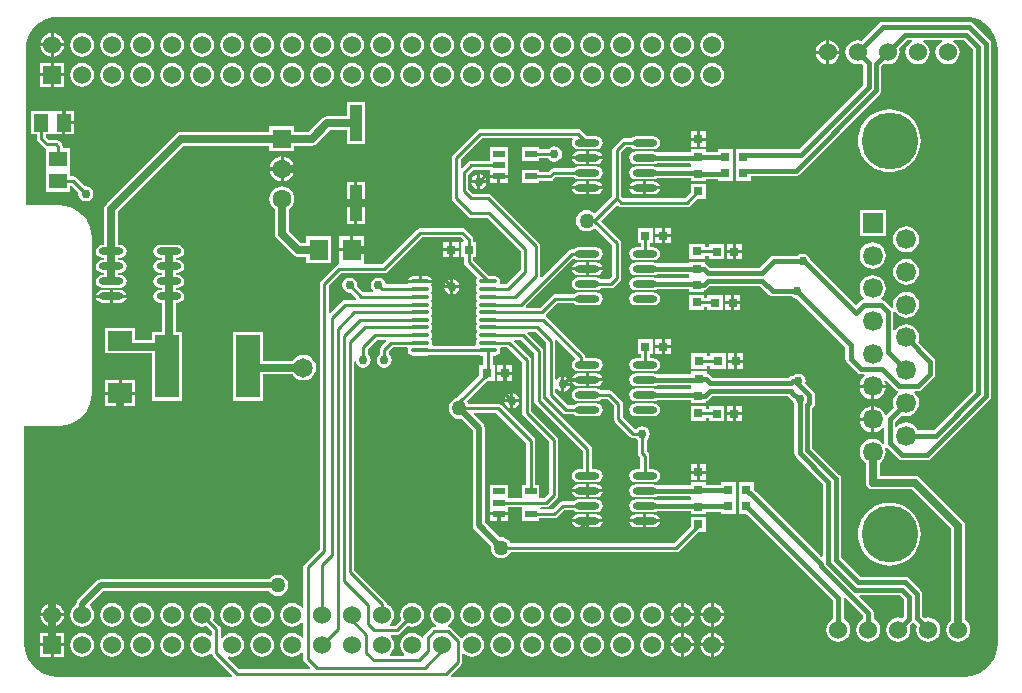
<source format=gtl>
%FSTAX23Y23*%
%MOIN*%
%SFA1B1*%

%IPPOS*%
%ADD10R,0.031500X0.031500*%
%ADD11O,0.061000X0.013800*%
%ADD12R,0.080000X0.065000*%
%ADD13R,0.031500X0.031500*%
%ADD14R,0.051200X0.059100*%
%ADD15R,0.039400X0.023600*%
%ADD16O,0.082700X0.023600*%
%ADD17R,0.063000X0.070900*%
%ADD18R,0.040000X0.120000*%
%ADD19R,0.059100X0.051200*%
%ADD20R,0.078700X0.208700*%
%ADD21R,0.079000X0.209000*%
%ADD22C,0.010000*%
%ADD23C,0.015000*%
%ADD24C,0.020000*%
%ADD25C,0.025000*%
%ADD26C,0.066500*%
%ADD27C,0.060000*%
%ADD28R,0.063000X0.063000*%
%ADD29C,0.063000*%
%ADD30R,0.060000X0.060000*%
%ADD31C,0.189000*%
%ADD32R,0.066500X0.066500*%
%ADD33C,0.030000*%
%ADD34C,0.050000*%
%ADD35C,0.065000*%
%LNhvcape-1*%
%LPD*%
G36*
X05367Y04143D02*
X05383Y04139D01*
X05399Y04132*
X05414Y04123*
X05427Y04112*
X05438Y04099*
X05447Y04084*
X05454Y04068*
X05458Y04052*
X05459Y04035*
X05459Y04035*
Y02055*
X05459Y02054*
X05458Y02037*
X05454Y02021*
X05447Y02005*
X05438Y0199*
X05427Y01977*
X05414Y01966*
X05399Y01957*
X05383Y0195*
X05367Y01946*
X0535Y01945*
X0535Y01945*
X03638*
X03636Y01949*
X0367Y01984*
X03674Y01989*
X03675Y01995*
Y0202*
X0368Y02021*
X03687Y02016*
X03697Y02012*
X03708Y0201*
X03718Y02012*
X03728Y02016*
X03736Y02022*
X03742Y0203*
X03747Y0204*
X03748Y02051*
X03747Y02061*
X03742Y02071*
X03736Y02079*
X03728Y02085*
X03718Y0209*
X03708Y02091*
X03697Y0209*
X03687Y02085*
X03679Y02079*
X03675Y02074*
X03674Y02074*
X03669Y02074*
X03637Y02106*
X03632Y0211*
X03628Y0211*
X03628Y02116*
Y02116*
X03636Y02122*
X03642Y0213*
X03647Y0214*
X03648Y02151*
X03647Y02161*
X03642Y02171*
X03636Y02179*
X03628Y02185*
X03618Y0219*
X03608Y02191*
X03597Y0219*
X03587Y02185*
X03579Y02179*
X03573Y02171*
X03569Y02161*
X03567Y02151*
X03569Y0214*
X03573Y0213*
X03579Y02122*
X03587Y02116*
Y02115*
X03585Y02111*
X03581*
X03575Y0211*
X0357Y02106*
X03549Y02085*
X03545Y0208*
X03545Y02076*
X0354Y02075*
X03539Y02075*
X03536Y02079*
X03528Y02085*
X03518Y0209*
X03508Y02091*
X03497Y0209*
X03487Y02085*
X03479Y02079*
X03473Y02071*
X03469Y02061*
X03467Y02051*
X03469Y0204*
X03473Y0203*
X03479Y02022*
X03482Y0202*
X0348Y02015*
X03435*
X03433Y0202*
X03436Y02022*
X03442Y0203*
X03447Y0204*
X03448Y02051*
X03447Y02061*
X03442Y02071*
X03436Y02079*
X03436Y0208*
X03437Y02084*
X03457*
X03462Y02085*
X03467Y02089*
X03492Y02114*
X03497Y02112*
X03508Y0211*
X03518Y02112*
X03528Y02116*
X03536Y02122*
X03542Y0213*
X03547Y0214*
X03548Y02151*
X03547Y02161*
X03542Y02171*
X03536Y02179*
X03528Y02185*
X03518Y0219*
X03508Y02191*
X03497Y0219*
X03487Y02185*
X03479Y02179*
X03473Y02171*
X03469Y02161*
X03467Y02151*
X03469Y0214*
X03471Y02135*
X0345Y02115*
X03435*
X03433Y0212*
X03436Y02122*
X03442Y0213*
X03447Y0214*
X03448Y02151*
X03447Y02161*
X03442Y02171*
X03436Y02179*
X03428Y02185*
X03423Y02188*
X03422Y02192*
X03418Y02197*
X03315Y02301*
Y02995*
X0332Y02996*
X03321Y0299*
X03327Y02982*
X03335Y02976*
X03345Y02974*
X03354Y02976*
X03363Y02982*
X03368Y0299*
X0337Y03*
X03368Y03009*
X03363Y03018*
X0336Y03019*
Y03038*
X03389Y03068*
X0342*
X03421Y03063*
X03404Y03045*
X034Y0304*
X03399Y03035*
Y03019*
X03397Y03018*
X03391Y03009*
X03389Y03*
X03391Y0299*
X03397Y02982*
X03405Y02976*
X03415Y02974*
X03424Y02976*
X03433Y02982*
X03438Y0299*
X0344Y03*
X03438Y03009*
X03433Y03018*
X0343Y03019*
Y03028*
X03444Y03042*
X03491*
X03494Y03037*
X03493Y03032*
X03495Y03025*
X03498Y0302*
X03504Y03016*
X0351Y03015*
X03558*
X03564Y03016*
X03565Y03017*
X03729*
X0373Y03016*
X03737Y03015*
X03745*
Y02982*
X03732*
Y02949*
X03657Y02874*
X03655Y02874*
X03647Y0287*
X0364Y02865*
X03634Y02857*
X0363Y02849*
X03629Y0284*
X0363Y0283*
X03634Y02822*
X0364Y02815*
X03647Y02809*
X03655Y02805*
X03665Y02804*
X0367Y02805*
X03709Y02766*
Y0245*
X03711Y02442*
X03715Y02435*
X0377Y0238*
X03769Y02375*
X0377Y02365*
X03774Y02357*
X0378Y0235*
X03787Y02344*
X03795Y0234*
X03805Y02339*
X03814Y0234*
X03822Y02344*
X0383Y0235*
X03835Y02357*
X03836Y02359*
X04388*
X04394Y0236*
X04399Y02364*
X04462Y02427*
X04487*
Y02478*
X04436*
Y02443*
X04382Y0239*
X03836*
X03835Y02392*
X0383Y024*
X03822Y02405*
X03814Y02409*
X03805Y0241*
X03799Y02409*
X0375Y02458*
Y02775*
X03748Y02782*
X03744Y02789*
X03713Y0282*
X03715Y02824*
X03788*
X03887Y02725*
Y02584*
X03873*
Y0254*
X03868Y0254*
X03826*
Y02584*
X03767*
Y0254*
Y02503*
Y02492*
X03796*
X03826*
Y02509*
X03868*
X03873Y02509*
Y02504*
Y02465*
X03932*
Y02472*
X03982*
X03988Y02473*
X03993Y02476*
X04015Y02499*
X04046*
X04047Y02498*
X04054Y02494*
X04062Y02492*
X04122*
X0413Y02494*
X04137Y02498*
X04142Y02506*
X04144Y02514*
X04142Y02523*
X04137Y0253*
X0413Y02535*
X04122Y02536*
X04062*
X04054Y02535*
X04047Y0253*
X04046Y02529*
X04009*
X04003Y02528*
X03998Y02525*
X03976Y02502*
X03936*
X03934Y02504*
X03936Y02509*
X03937Y02509*
X03955*
X0396Y0251*
X03965Y02514*
X0399Y02539*
X03994Y02544*
X03995Y0255*
Y02735*
X03994Y0274*
X0399Y02745*
X03905Y02831*
Y03*
X03904Y03005*
X039Y0301*
X03848Y03063*
X0385Y03068*
X0387*
X03914Y03023*
Y02865*
X03915Y02859*
X03919Y02854*
X04077Y02696*
Y02636*
X04062*
X04054Y02635*
X04047Y0263*
X04042Y02623*
X0404Y02614*
X04042Y02606*
X04047Y02598*
X04054Y02594*
X04062Y02592*
X04122*
X0413Y02594*
X04137Y02598*
X04142Y02606*
X04144Y02614*
X04142Y02623*
X04137Y0263*
X0413Y02635*
X04122Y02636*
X04107*
Y02702*
X04106Y02708*
X04103Y02713*
X03945Y02871*
Y0303*
X03944Y03035*
X0394Y0304*
X03892Y03089*
X03894Y03093*
X03919*
X03954Y03058*
Y02885*
X03955Y02879*
X03959Y02874*
X04009Y02823*
X04014Y0282*
X0402Y02819*
X04046*
X04047Y02818*
X04054Y02814*
X04062Y02812*
X04122*
X0413Y02814*
X04137Y02818*
X04142Y02826*
X04144Y02834*
X04142Y02843*
X04137Y0285*
X0413Y02855*
X04122Y02856*
X04062*
X04054Y02855*
X04047Y0285*
X04046Y02849*
X04026*
X03985Y02891*
Y02903*
X0399Y02904*
X03992Y02902*
X04Y02896*
X04005Y02895*
Y0292*
Y02944*
X04Y02943*
X03992Y02938*
X0399Y02935*
X03985Y02937*
Y03065*
X03985Y03066*
X03989Y03068*
X0405Y03007*
X0405Y03002*
X04047Y03*
X04042Y02993*
X0404Y02984*
X04042Y02976*
X04047Y02968*
X04054Y02964*
X04062Y02962*
X04122*
X0413Y02964*
X04137Y02968*
X04142Y02976*
X04144Y02984*
X04142Y02993*
X04137Y03*
X0413Y03005*
X04122Y03006*
X04085*
Y0301*
X04084Y03015*
X0408Y0302*
X03956Y03145*
X03955Y03146*
X03954Y03152*
X0399Y03189*
X04046*
X04047Y03188*
X04054Y03184*
X04062Y03182*
X04122*
X0413Y03184*
X04137Y03188*
X04142Y03196*
X04144Y03204*
X04142Y03213*
X04137Y0322*
X0413Y03225*
X04122Y03226*
X04062*
X04054Y03225*
X04047Y0322*
X04046Y03219*
X03984*
X03978Y03218*
X03973Y03215*
X03933Y03175*
X03888*
X03886Y0318*
X04042Y03336*
X04047Y03338*
X04054Y03334*
X04062Y03332*
X04122*
X0413Y03334*
X04137Y03338*
X04142Y03346*
X04144Y03354*
X04142Y03363*
X04137Y0337*
X0413Y03375*
X04122Y03376*
X04062*
X04054Y03375*
X04047Y0337*
X04046Y03369*
X04039*
X04033Y03368*
X04028Y03365*
X03939Y03276*
X03935Y03278*
X03935Y0328*
Y0338*
X03934Y03385*
X0393Y0339*
X0377Y0355*
X03765Y03554*
X0376Y03555*
X03711*
X03695Y03571*
Y03618*
X03711Y03634*
X03767*
Y03617*
X03796*
X03826*
Y03628*
Y03665*
Y03709*
X03767*
Y03665*
X03705*
X03699Y03664*
X03694Y0366*
X03674Y03641*
X0367Y03643*
Y03668*
X03741Y03739*
X04041*
X04043Y03735*
X04042Y03733*
X0404Y03724*
X04042Y03716*
X04047Y03708*
X04054Y03704*
X04062Y03702*
X04122*
X0413Y03704*
X04137Y03708*
X04142Y03716*
X04144Y03724*
X04142Y03733*
X04137Y0374*
X0413Y03745*
X04122Y03746*
X04091*
X04072Y03765*
X04067Y03769*
X04062Y0377*
X03735*
X03729Y03769*
X03724Y03765*
X03644Y03685*
X0364Y0368*
X03639Y03675*
Y0354*
X0364Y03534*
X03644Y03529*
X03694Y03479*
X03699Y03475*
X03705Y03474*
X03758*
X03869Y03363*
Y03301*
X0382Y03252*
X03803*
X038Y03257*
X03801Y03262*
X038Y03269*
X03796Y03274*
X03791Y03278*
X03784Y03279*
X03765*
X03712Y03332*
Y03342*
X03722*
Y03394*
X03712*
Y03403*
X03711Y03408*
X03707Y03413*
X03685Y03435*
X0368Y03439*
X03675Y0344*
X03535*
X03529Y03439*
X03524Y03435*
X03408Y0332*
X03351*
X03347Y03323*
Y03325*
Y03363*
X03264*
Y03325*
Y03323*
X03261Y03319*
X03259Y03319*
X03254Y03315*
X03204Y03265*
X032Y0326*
X03199Y03255*
Y02371*
X03149Y0232*
X03145Y02315*
X03144Y0231*
Y02177*
X03139Y02175*
X03136Y02179*
X03128Y02185*
X03118Y0219*
X03108Y02191*
X03097Y0219*
X03087Y02185*
X03079Y02179*
X03073Y02171*
X03069Y02161*
X03067Y02151*
X03069Y0214*
X03073Y0213*
X03079Y02122*
X03087Y02116*
X03097Y02112*
X03108Y0211*
X03118Y02112*
X03128Y02116*
X03136Y02122*
X03139Y02126*
X03144Y02124*
Y02077*
X03139Y02075*
X03136Y02079*
X03128Y02085*
X03118Y0209*
X03108Y02091*
X03097Y0209*
X03087Y02085*
X03079Y02079*
X03073Y02071*
X03069Y02061*
X03067Y02051*
X03069Y0204*
X03073Y0203*
X03079Y02022*
X03087Y02016*
X03097Y02012*
X03108Y0201*
X03118Y02012*
X03128Y02016*
X03136Y02022*
X03139Y02026*
X03144Y02024*
Y02005*
X03145Y01999*
X03149Y01994*
X03168Y01974*
X03166Y0197*
X02931*
X02893Y02008*
X02896Y02012*
X02897Y02012*
X02908Y0201*
X02918Y02012*
X02928Y02016*
X02936Y02022*
X02942Y0203*
X02947Y0204*
X02948Y02051*
X02947Y02061*
X02942Y02071*
X02936Y02079*
X02928Y02085*
X02918Y0209*
X02908Y02091*
X02897Y0209*
X02887Y02085*
X02879Y02079*
X02875Y02074*
X0287Y02075*
Y02104*
X02869Y02109*
X02865Y02114*
X02844Y02135*
X02847Y0214*
X02848Y02151*
X02847Y02161*
X02842Y02171*
X02836Y02179*
X02828Y02185*
X02818Y0219*
X02808Y02191*
X02797Y0219*
X02787Y02185*
X02779Y02179*
X02773Y02171*
X02769Y02161*
X02767Y02151*
X02769Y0214*
X02773Y0213*
X02779Y02122*
X02787Y02116*
X02797Y02112*
X02808Y0211*
X02818Y02112*
X02823Y02114*
X02839Y02097*
Y02083*
X02834Y0208*
X02828Y02085*
X02818Y0209*
X02808Y02091*
X02797Y0209*
X02787Y02085*
X02779Y02079*
X02773Y02071*
X02769Y02061*
X02767Y02051*
X02769Y0204*
X02773Y0203*
X02779Y02022*
X02787Y02016*
X02797Y02012*
X02808Y0201*
X02818Y02012*
X02828Y02016*
X02835Y02021*
X02839Y0202*
X0284Y02019*
X0284Y02019*
X02844Y02014*
X02908Y01949*
X02906Y01945*
X02325*
X02324Y01945*
X02307Y01946*
X02291Y0195*
X02275Y01957*
X0226Y01966*
X02247Y01977*
X02236Y0199*
X02227Y02005*
X0222Y02021*
X02216Y02037*
X02215Y02054*
X02215Y02055*
Y02781*
X02333*
X02349Y02783*
X02366Y02786*
X02381Y02793*
X02396Y02802*
X02408Y02813*
X02419Y02825*
X02428Y0284*
X02434Y02855*
X02438Y02872*
X0244Y02888*
Y03409*
X02438Y03426*
X02434Y03442*
X02428Y03457*
X02419Y03472*
X02408Y03485*
X02396Y03495*
X02381Y03504*
X02366Y03511*
X02349Y03515*
X02333Y03516*
X0222*
Y04035*
X0222Y04035*
X02221Y04052*
X02225Y04068*
X02232Y04084*
X02241Y04099*
X02252Y04112*
X02265Y04123*
X0228Y04132*
X02296Y04139*
X02312Y04143*
X02329Y04144*
X0233Y04144*
X0535*
X0535Y04144*
X05367Y04143*
G37*
G36*
X03679Y03399D02*
X03677Y03394D01*
X03671*
Y03342*
X03681*
Y03326*
X03682Y0332*
X03686Y03315*
X03725Y03276*
X03725Y03274*
X03721Y03269*
X0372Y03262*
X03721Y03256*
X03725Y0325*
Y03249*
X03721Y03243*
X0372Y03237*
X03721Y0323*
X03725Y03224*
Y03223*
X03721Y03218*
X0372Y03211*
X03721Y03204*
X03725Y03199*
Y03198*
X03721Y03192*
X0372Y03185*
X03721Y03179*
X03725Y03173*
Y03172*
X03721Y03166*
X0372Y0316*
X03721Y03153*
X03725Y03148*
Y03146*
X03721Y03141*
X0372Y03134*
X03721Y03128*
X03725Y03122*
Y03121*
X03721Y03115*
X0372Y03109*
X03721Y03102*
X03725Y03096*
Y03095*
X03721Y0309*
X0372Y03083*
X03721Y03076*
X03725Y03071*
Y0307*
X03721Y03064*
X0372Y03057*
X03721Y03052*
X03718Y03047*
X03577*
X03574Y03052*
X03575Y03057*
X03574Y03064*
X0357Y0307*
Y03071*
X03574Y03076*
X03575Y03083*
X03574Y0309*
X0357Y03095*
Y03096*
X03574Y03102*
X03575Y03109*
X03574Y03115*
X0357Y03121*
Y03122*
X03574Y03128*
X03575Y03134*
X03574Y03141*
X0357Y03146*
Y03148*
X03574Y03153*
X03575Y0316*
X03574Y03166*
X0357Y03172*
Y03173*
X03574Y03179*
X03575Y03185*
X03574Y03192*
X0357Y03198*
Y03199*
X03574Y03204*
X03575Y03211*
X03574Y03218*
X0357Y03223*
Y03224*
X03574Y0323*
X03575Y03237*
X03574Y03243*
X0357Y03249*
Y0325*
X03574Y03256*
X03574Y03257*
X03534*
X03494*
Y03257*
X03491Y03252*
X0342*
X03418Y03259*
X03413Y03268*
X03404Y03273*
X03395Y03275*
X03385Y03273*
X03377Y03268*
X03371Y03259*
X03369Y0325*
X03371Y0324*
X03377Y03232*
X03377Y03231*
X03376Y03226*
X03344*
X03324Y03246*
X03325Y0325*
X03323Y03259*
X03318Y03268*
X03309Y03273*
X033Y03275*
X0329Y03273*
X03282Y03268*
X03276Y03259*
X03274Y0325*
X03276Y0324*
X03282Y03232*
X0329Y03226*
X033Y03224*
X03303Y03225*
X03322Y03205*
X0332Y03201*
X03285*
X0328Y032*
X03275Y03196*
X03234Y03156*
X0323Y03158*
Y03248*
X03271Y03289*
X03415*
X0342Y0329*
X03425Y03294*
X03541Y03409*
X03668*
X03679Y03399*
G37*
G36*
X03874Y02993D02*
Y02825D01*
X03875Y02819*
X03879Y02814*
X03964Y02728*
Y02556*
X03948Y0254*
X03937*
X03932Y0254*
Y02584*
X03918*
Y02731*
X03917Y02737*
X03914Y02742*
X03805Y0285*
X038Y02854*
X03795Y02855*
X03696*
X03695Y02857*
X0369Y02864*
X03757Y02931*
X03783*
Y02982*
X03776*
Y03015*
X03784*
X03791Y03016*
X03796Y0302*
X038Y03025*
X03801Y03032*
X038Y03037*
X03803Y03042*
X03825*
X03874Y02993*
G37*
%LNhvcape-2*%
%LPC*%
G36*
X02313Y0409D02*
Y04056D01*
X02347*
X02347Y04061*
X02342Y04071*
X02336Y04079*
X02328Y04085*
X02318Y0409*
X02313Y0409*
G37*
G36*
X02303D02*
X02297Y0409D01*
X02287Y04085*
X02279Y04079*
X02273Y04071*
X02269Y04061*
X02268Y04056*
X02303*
Y0409*
G37*
G36*
X04898Y04066D02*
Y04031D01*
X04932*
X04932Y04037*
X04928Y04046*
X04921Y04055*
X04913Y04061*
X04903Y04065*
X04898Y04066*
G37*
G36*
X04888D02*
X04882Y04065D01*
X04873Y04061*
X04864Y04055*
X04858Y04046*
X04854Y04037*
X04853Y04031*
X04888*
Y04066*
G37*
G36*
X02347Y04046D02*
X02313D01*
Y04011*
X02318Y04012*
X02328Y04016*
X02336Y04022*
X02342Y0403*
X02347Y0404*
X02347Y04046*
G37*
G36*
X02303D02*
X02268D01*
X02269Y0404*
X02273Y0403*
X02279Y04022*
X02287Y04016*
X02297Y04012*
X02303Y04011*
Y04046*
G37*
G36*
X04508Y04091D02*
X04497Y0409D01*
X04487Y04085*
X04479Y04079*
X04473Y04071*
X04469Y04061*
X04467Y04051*
X04469Y0404*
X04473Y0403*
X04479Y04022*
X04487Y04016*
X04497Y04012*
X04508Y0401*
X04518Y04012*
X04528Y04016*
X04536Y04022*
X04542Y0403*
X04547Y0404*
X04548Y04051*
X04547Y04061*
X04542Y04071*
X04536Y04079*
X04528Y04085*
X04518Y0409*
X04508Y04091*
G37*
G36*
X04408D02*
X04397Y0409D01*
X04387Y04085*
X04379Y04079*
X04373Y04071*
X04369Y04061*
X04367Y04051*
X04369Y0404*
X04373Y0403*
X04379Y04022*
X04387Y04016*
X04397Y04012*
X04408Y0401*
X04418Y04012*
X04428Y04016*
X04436Y04022*
X04442Y0403*
X04447Y0404*
X04448Y04051*
X04447Y04061*
X04442Y04071*
X04436Y04079*
X04428Y04085*
X04418Y0409*
X04408Y04091*
G37*
G36*
X04308D02*
X04297Y0409D01*
X04287Y04085*
X04279Y04079*
X04273Y04071*
X04269Y04061*
X04267Y04051*
X04269Y0404*
X04273Y0403*
X04279Y04022*
X04287Y04016*
X04297Y04012*
X04308Y0401*
X04318Y04012*
X04328Y04016*
X04336Y04022*
X04342Y0403*
X04347Y0404*
X04348Y04051*
X04347Y04061*
X04342Y04071*
X04336Y04079*
X04328Y04085*
X04318Y0409*
X04308Y04091*
G37*
G36*
X04208D02*
X04197Y0409D01*
X04187Y04085*
X04179Y04079*
X04173Y04071*
X04169Y04061*
X04167Y04051*
X04169Y0404*
X04173Y0403*
X04179Y04022*
X04187Y04016*
X04197Y04012*
X04208Y0401*
X04218Y04012*
X04228Y04016*
X04236Y04022*
X04242Y0403*
X04247Y0404*
X04248Y04051*
X04247Y04061*
X04242Y04071*
X04236Y04079*
X04228Y04085*
X04218Y0409*
X04208Y04091*
G37*
G36*
X04108D02*
X04097Y0409D01*
X04087Y04085*
X04079Y04079*
X04073Y04071*
X04069Y04061*
X04067Y04051*
X04069Y0404*
X04073Y0403*
X04079Y04022*
X04087Y04016*
X04097Y04012*
X04108Y0401*
X04118Y04012*
X04128Y04016*
X04136Y04022*
X04142Y0403*
X04147Y0404*
X04148Y04051*
X04147Y04061*
X04142Y04071*
X04136Y04079*
X04128Y04085*
X04118Y0409*
X04108Y04091*
G37*
G36*
X04008D02*
X03997Y0409D01*
X03987Y04085*
X03979Y04079*
X03973Y04071*
X03969Y04061*
X03967Y04051*
X03969Y0404*
X03973Y0403*
X03979Y04022*
X03987Y04016*
X03997Y04012*
X04008Y0401*
X04018Y04012*
X04028Y04016*
X04036Y04022*
X04042Y0403*
X04047Y0404*
X04048Y04051*
X04047Y04061*
X04042Y04071*
X04036Y04079*
X04028Y04085*
X04018Y0409*
X04008Y04091*
G37*
G36*
X03908D02*
X03897Y0409D01*
X03887Y04085*
X03879Y04079*
X03873Y04071*
X03869Y04061*
X03867Y04051*
X03869Y0404*
X03873Y0403*
X03879Y04022*
X03887Y04016*
X03897Y04012*
X03908Y0401*
X03918Y04012*
X03928Y04016*
X03936Y04022*
X03942Y0403*
X03947Y0404*
X03948Y04051*
X03947Y04061*
X03942Y04071*
X03936Y04079*
X03928Y04085*
X03918Y0409*
X03908Y04091*
G37*
G36*
X03808D02*
X03797Y0409D01*
X03787Y04085*
X03779Y04079*
X03773Y04071*
X03769Y04061*
X03767Y04051*
X03769Y0404*
X03773Y0403*
X03779Y04022*
X03787Y04016*
X03797Y04012*
X03808Y0401*
X03818Y04012*
X03828Y04016*
X03836Y04022*
X03842Y0403*
X03847Y0404*
X03848Y04051*
X03847Y04061*
X03842Y04071*
X03836Y04079*
X03828Y04085*
X03818Y0409*
X03808Y04091*
G37*
G36*
X03708D02*
X03697Y0409D01*
X03687Y04085*
X03679Y04079*
X03673Y04071*
X03669Y04061*
X03667Y04051*
X03669Y0404*
X03673Y0403*
X03679Y04022*
X03687Y04016*
X03697Y04012*
X03708Y0401*
X03718Y04012*
X03728Y04016*
X03736Y04022*
X03742Y0403*
X03747Y0404*
X03748Y04051*
X03747Y04061*
X03742Y04071*
X03736Y04079*
X03728Y04085*
X03718Y0409*
X03708Y04091*
G37*
G36*
X03608D02*
X03597Y0409D01*
X03587Y04085*
X03579Y04079*
X03573Y04071*
X03569Y04061*
X03567Y04051*
X03569Y0404*
X03573Y0403*
X03579Y04022*
X03587Y04016*
X03597Y04012*
X03608Y0401*
X03618Y04012*
X03628Y04016*
X03636Y04022*
X03642Y0403*
X03647Y0404*
X03648Y04051*
X03647Y04061*
X03642Y04071*
X03636Y04079*
X03628Y04085*
X03618Y0409*
X03608Y04091*
G37*
G36*
X03508D02*
X03497Y0409D01*
X03487Y04085*
X03479Y04079*
X03473Y04071*
X03469Y04061*
X03467Y04051*
X03469Y0404*
X03473Y0403*
X03479Y04022*
X03487Y04016*
X03497Y04012*
X03508Y0401*
X03518Y04012*
X03528Y04016*
X03536Y04022*
X03542Y0403*
X03547Y0404*
X03548Y04051*
X03547Y04061*
X03542Y04071*
X03536Y04079*
X03528Y04085*
X03518Y0409*
X03508Y04091*
G37*
G36*
X03408D02*
X03397Y0409D01*
X03387Y04085*
X03379Y04079*
X03373Y04071*
X03369Y04061*
X03367Y04051*
X03369Y0404*
X03373Y0403*
X03379Y04022*
X03387Y04016*
X03397Y04012*
X03408Y0401*
X03418Y04012*
X03428Y04016*
X03436Y04022*
X03442Y0403*
X03447Y0404*
X03448Y04051*
X03447Y04061*
X03442Y04071*
X03436Y04079*
X03428Y04085*
X03418Y0409*
X03408Y04091*
G37*
G36*
X03308D02*
X03297Y0409D01*
X03287Y04085*
X03279Y04079*
X03273Y04071*
X03269Y04061*
X03267Y04051*
X03269Y0404*
X03273Y0403*
X03279Y04022*
X03287Y04016*
X03297Y04012*
X03308Y0401*
X03318Y04012*
X03328Y04016*
X03336Y04022*
X03342Y0403*
X03347Y0404*
X03348Y04051*
X03347Y04061*
X03342Y04071*
X03336Y04079*
X03328Y04085*
X03318Y0409*
X03308Y04091*
G37*
G36*
X03208D02*
X03197Y0409D01*
X03187Y04085*
X03179Y04079*
X03173Y04071*
X03169Y04061*
X03167Y04051*
X03169Y0404*
X03173Y0403*
X03179Y04022*
X03187Y04016*
X03197Y04012*
X03208Y0401*
X03218Y04012*
X03228Y04016*
X03236Y04022*
X03242Y0403*
X03247Y0404*
X03248Y04051*
X03247Y04061*
X03242Y04071*
X03236Y04079*
X03228Y04085*
X03218Y0409*
X03208Y04091*
G37*
G36*
X03108D02*
X03097Y0409D01*
X03087Y04085*
X03079Y04079*
X03073Y04071*
X03069Y04061*
X03067Y04051*
X03069Y0404*
X03073Y0403*
X03079Y04022*
X03087Y04016*
X03097Y04012*
X03108Y0401*
X03118Y04012*
X03128Y04016*
X03136Y04022*
X03142Y0403*
X03147Y0404*
X03148Y04051*
X03147Y04061*
X03142Y04071*
X03136Y04079*
X03128Y04085*
X03118Y0409*
X03108Y04091*
G37*
G36*
X03008D02*
X02997Y0409D01*
X02987Y04085*
X02979Y04079*
X02973Y04071*
X02969Y04061*
X02967Y04051*
X02969Y0404*
X02973Y0403*
X02979Y04022*
X02987Y04016*
X02997Y04012*
X03008Y0401*
X03018Y04012*
X03028Y04016*
X03036Y04022*
X03042Y0403*
X03047Y0404*
X03048Y04051*
X03047Y04061*
X03042Y04071*
X03036Y04079*
X03028Y04085*
X03018Y0409*
X03008Y04091*
G37*
G36*
X02908D02*
X02897Y0409D01*
X02887Y04085*
X02879Y04079*
X02873Y04071*
X02869Y04061*
X02867Y04051*
X02869Y0404*
X02873Y0403*
X02879Y04022*
X02887Y04016*
X02897Y04012*
X02908Y0401*
X02918Y04012*
X02928Y04016*
X02936Y04022*
X02942Y0403*
X02947Y0404*
X02948Y04051*
X02947Y04061*
X02942Y04071*
X02936Y04079*
X02928Y04085*
X02918Y0409*
X02908Y04091*
G37*
G36*
X02808D02*
X02797Y0409D01*
X02787Y04085*
X02779Y04079*
X02773Y04071*
X02769Y04061*
X02767Y04051*
X02769Y0404*
X02773Y0403*
X02779Y04022*
X02787Y04016*
X02797Y04012*
X02808Y0401*
X02818Y04012*
X02828Y04016*
X02836Y04022*
X02842Y0403*
X02847Y0404*
X02848Y04051*
X02847Y04061*
X02842Y04071*
X02836Y04079*
X02828Y04085*
X02818Y0409*
X02808Y04091*
G37*
G36*
X02708D02*
X02697Y0409D01*
X02687Y04085*
X02679Y04079*
X02673Y04071*
X02669Y04061*
X02667Y04051*
X02669Y0404*
X02673Y0403*
X02679Y04022*
X02687Y04016*
X02697Y04012*
X02708Y0401*
X02718Y04012*
X02728Y04016*
X02736Y04022*
X02742Y0403*
X02747Y0404*
X02748Y04051*
X02747Y04061*
X02742Y04071*
X02736Y04079*
X02728Y04085*
X02718Y0409*
X02708Y04091*
G37*
G36*
X02608D02*
X02597Y0409D01*
X02587Y04085*
X02579Y04079*
X02573Y04071*
X02569Y04061*
X02567Y04051*
X02569Y0404*
X02573Y0403*
X02579Y04022*
X02587Y04016*
X02597Y04012*
X02608Y0401*
X02618Y04012*
X02628Y04016*
X02636Y04022*
X02642Y0403*
X02647Y0404*
X02648Y04051*
X02647Y04061*
X02642Y04071*
X02636Y04079*
X02628Y04085*
X02618Y0409*
X02608Y04091*
G37*
G36*
X02508D02*
X02497Y0409D01*
X02487Y04085*
X02479Y04079*
X02473Y04071*
X02469Y04061*
X02467Y04051*
X02469Y0404*
X02473Y0403*
X02479Y04022*
X02487Y04016*
X02497Y04012*
X02508Y0401*
X02518Y04012*
X02528Y04016*
X02536Y04022*
X02542Y0403*
X02547Y0404*
X02548Y04051*
X02547Y04061*
X02542Y04071*
X02536Y04079*
X02528Y04085*
X02518Y0409*
X02508Y04091*
G37*
G36*
X02408D02*
X02397Y0409D01*
X02387Y04085*
X02379Y04079*
X02373Y04071*
X02369Y04061*
X02367Y04051*
X02369Y0404*
X02373Y0403*
X02379Y04022*
X02387Y04016*
X02397Y04012*
X02408Y0401*
X02418Y04012*
X02428Y04016*
X02436Y04022*
X02442Y0403*
X02447Y0404*
X02448Y04051*
X02447Y04061*
X02442Y04071*
X02436Y04079*
X02428Y04085*
X02418Y0409*
X02408Y04091*
G37*
G36*
X04932Y04021D02*
X04898D01*
Y03987*
X04903Y03987*
X04913Y03991*
X04921Y03998*
X04928Y04006*
X04932Y04016*
X04932Y04021*
G37*
G36*
X04888D02*
X04853D01*
X04854Y04016*
X04858Y04006*
X04864Y03998*
X04873Y03991*
X04882Y03987*
X04888Y03987*
Y04021*
G37*
G36*
X02348Y03991D02*
X02313D01*
Y03956*
X02348*
Y03991*
G37*
G36*
X02303D02*
X02268D01*
Y03956*
X02303*
Y03991*
G37*
G36*
X02348Y03946D02*
X02313D01*
Y03911*
X02348*
Y03946*
G37*
G36*
X02303D02*
X02268D01*
Y03911*
X02303*
Y03946*
G37*
G36*
X04508Y03991D02*
X04497Y0399D01*
X04487Y03985*
X04479Y03979*
X04473Y03971*
X04469Y03961*
X04467Y03951*
X04469Y0394*
X04473Y0393*
X04479Y03922*
X04487Y03916*
X04497Y03912*
X04508Y0391*
X04518Y03912*
X04528Y03916*
X04536Y03922*
X04542Y0393*
X04547Y0394*
X04548Y03951*
X04547Y03961*
X04542Y03971*
X04536Y03979*
X04528Y03985*
X04518Y0399*
X04508Y03991*
G37*
G36*
X04408D02*
X04397Y0399D01*
X04387Y03985*
X04379Y03979*
X04373Y03971*
X04369Y03961*
X04367Y03951*
X04369Y0394*
X04373Y0393*
X04379Y03922*
X04387Y03916*
X04397Y03912*
X04408Y0391*
X04418Y03912*
X04428Y03916*
X04436Y03922*
X04442Y0393*
X04447Y0394*
X04448Y03951*
X04447Y03961*
X04442Y03971*
X04436Y03979*
X04428Y03985*
X04418Y0399*
X04408Y03991*
G37*
G36*
X04308D02*
X04297Y0399D01*
X04287Y03985*
X04279Y03979*
X04273Y03971*
X04269Y03961*
X04267Y03951*
X04269Y0394*
X04273Y0393*
X04279Y03922*
X04287Y03916*
X04297Y03912*
X04308Y0391*
X04318Y03912*
X04328Y03916*
X04336Y03922*
X04342Y0393*
X04347Y0394*
X04348Y03951*
X04347Y03961*
X04342Y03971*
X04336Y03979*
X04328Y03985*
X04318Y0399*
X04308Y03991*
G37*
G36*
X04208D02*
X04197Y0399D01*
X04187Y03985*
X04179Y03979*
X04173Y03971*
X04169Y03961*
X04167Y03951*
X04169Y0394*
X04173Y0393*
X04179Y03922*
X04187Y03916*
X04197Y03912*
X04208Y0391*
X04218Y03912*
X04228Y03916*
X04236Y03922*
X04242Y0393*
X04247Y0394*
X04248Y03951*
X04247Y03961*
X04242Y03971*
X04236Y03979*
X04228Y03985*
X04218Y0399*
X04208Y03991*
G37*
G36*
X04108D02*
X04097Y0399D01*
X04087Y03985*
X04079Y03979*
X04073Y03971*
X04069Y03961*
X04067Y03951*
X04069Y0394*
X04073Y0393*
X04079Y03922*
X04087Y03916*
X04097Y03912*
X04108Y0391*
X04118Y03912*
X04128Y03916*
X04136Y03922*
X04142Y0393*
X04147Y0394*
X04148Y03951*
X04147Y03961*
X04142Y03971*
X04136Y03979*
X04128Y03985*
X04118Y0399*
X04108Y03991*
G37*
G36*
X04008D02*
X03997Y0399D01*
X03987Y03985*
X03979Y03979*
X03973Y03971*
X03969Y03961*
X03967Y03951*
X03969Y0394*
X03973Y0393*
X03979Y03922*
X03987Y03916*
X03997Y03912*
X04008Y0391*
X04018Y03912*
X04028Y03916*
X04036Y03922*
X04042Y0393*
X04047Y0394*
X04048Y03951*
X04047Y03961*
X04042Y03971*
X04036Y03979*
X04028Y03985*
X04018Y0399*
X04008Y03991*
G37*
G36*
X03908D02*
X03897Y0399D01*
X03887Y03985*
X03879Y03979*
X03873Y03971*
X03869Y03961*
X03867Y03951*
X03869Y0394*
X03873Y0393*
X03879Y03922*
X03887Y03916*
X03897Y03912*
X03908Y0391*
X03918Y03912*
X03928Y03916*
X03936Y03922*
X03942Y0393*
X03947Y0394*
X03948Y03951*
X03947Y03961*
X03942Y03971*
X03936Y03979*
X03928Y03985*
X03918Y0399*
X03908Y03991*
G37*
G36*
X03808D02*
X03797Y0399D01*
X03787Y03985*
X03779Y03979*
X03773Y03971*
X03769Y03961*
X03767Y03951*
X03769Y0394*
X03773Y0393*
X03779Y03922*
X03787Y03916*
X03797Y03912*
X03808Y0391*
X03818Y03912*
X03828Y03916*
X03836Y03922*
X03842Y0393*
X03847Y0394*
X03848Y03951*
X03847Y03961*
X03842Y03971*
X03836Y03979*
X03828Y03985*
X03818Y0399*
X03808Y03991*
G37*
G36*
X03708D02*
X03697Y0399D01*
X03687Y03985*
X03679Y03979*
X03673Y03971*
X03669Y03961*
X03667Y03951*
X03669Y0394*
X03673Y0393*
X03679Y03922*
X03687Y03916*
X03697Y03912*
X03708Y0391*
X03718Y03912*
X03728Y03916*
X03736Y03922*
X03742Y0393*
X03747Y0394*
X03748Y03951*
X03747Y03961*
X03742Y03971*
X03736Y03979*
X03728Y03985*
X03718Y0399*
X03708Y03991*
G37*
G36*
X03608D02*
X03597Y0399D01*
X03587Y03985*
X03579Y03979*
X03573Y03971*
X03569Y03961*
X03567Y03951*
X03569Y0394*
X03573Y0393*
X03579Y03922*
X03587Y03916*
X03597Y03912*
X03608Y0391*
X03618Y03912*
X03628Y03916*
X03636Y03922*
X03642Y0393*
X03647Y0394*
X03648Y03951*
X03647Y03961*
X03642Y03971*
X03636Y03979*
X03628Y03985*
X03618Y0399*
X03608Y03991*
G37*
G36*
X03508D02*
X03497Y0399D01*
X03487Y03985*
X03479Y03979*
X03473Y03971*
X03469Y03961*
X03467Y03951*
X03469Y0394*
X03473Y0393*
X03479Y03922*
X03487Y03916*
X03497Y03912*
X03508Y0391*
X03518Y03912*
X03528Y03916*
X03536Y03922*
X03542Y0393*
X03547Y0394*
X03548Y03951*
X03547Y03961*
X03542Y03971*
X03536Y03979*
X03528Y03985*
X03518Y0399*
X03508Y03991*
G37*
G36*
X03408D02*
X03397Y0399D01*
X03387Y03985*
X03379Y03979*
X03373Y03971*
X03369Y03961*
X03367Y03951*
X03369Y0394*
X03373Y0393*
X03379Y03922*
X03387Y03916*
X03397Y03912*
X03408Y0391*
X03418Y03912*
X03428Y03916*
X03436Y03922*
X03442Y0393*
X03447Y0394*
X03448Y03951*
X03447Y03961*
X03442Y03971*
X03436Y03979*
X03428Y03985*
X03418Y0399*
X03408Y03991*
G37*
G36*
X03308D02*
X03297Y0399D01*
X03287Y03985*
X03279Y03979*
X03273Y03971*
X03269Y03961*
X03267Y03951*
X03269Y0394*
X03273Y0393*
X03279Y03922*
X03287Y03916*
X03297Y03912*
X03308Y0391*
X03318Y03912*
X03328Y03916*
X03336Y03922*
X03342Y0393*
X03347Y0394*
X03348Y03951*
X03347Y03961*
X03342Y03971*
X03336Y03979*
X03328Y03985*
X03318Y0399*
X03308Y03991*
G37*
G36*
X03208D02*
X03197Y0399D01*
X03187Y03985*
X03179Y03979*
X03173Y03971*
X03169Y03961*
X03167Y03951*
X03169Y0394*
X03173Y0393*
X03179Y03922*
X03187Y03916*
X03197Y03912*
X03208Y0391*
X03218Y03912*
X03228Y03916*
X03236Y03922*
X03242Y0393*
X03247Y0394*
X03248Y03951*
X03247Y03961*
X03242Y03971*
X03236Y03979*
X03228Y03985*
X03218Y0399*
X03208Y03991*
G37*
G36*
X03108D02*
X03097Y0399D01*
X03087Y03985*
X03079Y03979*
X03073Y03971*
X03069Y03961*
X03067Y03951*
X03069Y0394*
X03073Y0393*
X03079Y03922*
X03087Y03916*
X03097Y03912*
X03108Y0391*
X03118Y03912*
X03128Y03916*
X03136Y03922*
X03142Y0393*
X03147Y0394*
X03148Y03951*
X03147Y03961*
X03142Y03971*
X03136Y03979*
X03128Y03985*
X03118Y0399*
X03108Y03991*
G37*
G36*
X03008D02*
X02997Y0399D01*
X02987Y03985*
X02979Y03979*
X02973Y03971*
X02969Y03961*
X02967Y03951*
X02969Y0394*
X02973Y0393*
X02979Y03922*
X02987Y03916*
X02997Y03912*
X03008Y0391*
X03018Y03912*
X03028Y03916*
X03036Y03922*
X03042Y0393*
X03047Y0394*
X03048Y03951*
X03047Y03961*
X03042Y03971*
X03036Y03979*
X03028Y03985*
X03018Y0399*
X03008Y03991*
G37*
G36*
X02908D02*
X02897Y0399D01*
X02887Y03985*
X02879Y03979*
X02873Y03971*
X02869Y03961*
X02867Y03951*
X02869Y0394*
X02873Y0393*
X02879Y03922*
X02887Y03916*
X02897Y03912*
X02908Y0391*
X02918Y03912*
X02928Y03916*
X02936Y03922*
X02942Y0393*
X02947Y0394*
X02948Y03951*
X02947Y03961*
X02942Y03971*
X02936Y03979*
X02928Y03985*
X02918Y0399*
X02908Y03991*
G37*
G36*
X02808D02*
X02797Y0399D01*
X02787Y03985*
X02779Y03979*
X02773Y03971*
X02769Y03961*
X02767Y03951*
X02769Y0394*
X02773Y0393*
X02779Y03922*
X02787Y03916*
X02797Y03912*
X02808Y0391*
X02818Y03912*
X02828Y03916*
X02836Y03922*
X02842Y0393*
X02847Y0394*
X02848Y03951*
X02847Y03961*
X02842Y03971*
X02836Y03979*
X02828Y03985*
X02818Y0399*
X02808Y03991*
G37*
G36*
X02708D02*
X02697Y0399D01*
X02687Y03985*
X02679Y03979*
X02673Y03971*
X02669Y03961*
X02667Y03951*
X02669Y0394*
X02673Y0393*
X02679Y03922*
X02687Y03916*
X02697Y03912*
X02708Y0391*
X02718Y03912*
X02728Y03916*
X02736Y03922*
X02742Y0393*
X02747Y0394*
X02748Y03951*
X02747Y03961*
X02742Y03971*
X02736Y03979*
X02728Y03985*
X02718Y0399*
X02708Y03991*
G37*
G36*
X02608D02*
X02597Y0399D01*
X02587Y03985*
X02579Y03979*
X02573Y03971*
X02569Y03961*
X02567Y03951*
X02569Y0394*
X02573Y0393*
X02579Y03922*
X02587Y03916*
X02597Y03912*
X02608Y0391*
X02618Y03912*
X02628Y03916*
X02636Y03922*
X02642Y0393*
X02647Y0394*
X02648Y03951*
X02647Y03961*
X02642Y03971*
X02636Y03979*
X02628Y03985*
X02618Y0399*
X02608Y03991*
G37*
G36*
X02508D02*
X02497Y0399D01*
X02487Y03985*
X02479Y03979*
X02473Y03971*
X02469Y03961*
X02467Y03951*
X02469Y0394*
X02473Y0393*
X02479Y03922*
X02487Y03916*
X02497Y03912*
X02508Y0391*
X02518Y03912*
X02528Y03916*
X02536Y03922*
X02542Y0393*
X02547Y0394*
X02548Y03951*
X02547Y03961*
X02542Y03971*
X02536Y03979*
X02528Y03985*
X02518Y0399*
X02508Y03991*
G37*
G36*
X02408D02*
X02397Y0399D01*
X02387Y03985*
X02379Y03979*
X02373Y03971*
X02369Y03961*
X02367Y03951*
X02369Y0394*
X02373Y0393*
X02379Y03922*
X02387Y03916*
X02397Y03912*
X02408Y0391*
X02418Y03912*
X02428Y03916*
X02436Y03922*
X02442Y0393*
X02447Y0394*
X02448Y03951*
X02447Y03961*
X02442Y03971*
X02436Y03979*
X02428Y03985*
X02418Y0399*
X02408Y03991*
G37*
G36*
X02351Y03831D02*
Y03796D01*
X02382*
Y03831*
X02351*
G37*
G36*
X0335Y0386D02*
X0329D01*
Y03812*
X03225*
X03216Y03811*
X03208Y03806*
X03163Y0376*
X03115*
Y03779*
X03032*
Y0376*
X02738*
X02729Y03759*
X02721Y03754*
X02489Y03521*
X02484Y03514*
X02482Y03505*
Y03385*
X02476*
X02467Y03383*
X0246Y03378*
X02455Y03371*
X02453Y03363*
X02455Y03354*
X0246Y03347*
X02467Y03342*
X02476Y0334*
X02482*
Y03335*
X02476*
X02467Y03333*
X0246Y03328*
X02455Y03321*
X02453Y03313*
X02455Y03304*
X0246Y03297*
X02467Y03292*
X02476Y0329*
X02482*
Y03285*
X02476*
X02467Y03283*
X0246Y03278*
X02455Y03271*
X02453Y03263*
X02455Y03254*
X0246Y03247*
X02467Y03242*
X02476Y0324*
X02535*
X02543Y03242*
X0255Y03247*
X02555Y03254*
X02557Y03263*
X02555Y03271*
X0255Y03278*
X02543Y03283*
X02535Y03285*
X02528*
Y0329*
X02535*
X02543Y03292*
X0255Y03297*
X02555Y03304*
X02557Y03313*
X02555Y03321*
X0255Y03328*
X02543Y03333*
X02535Y03335*
X02528*
Y0334*
X02535*
X02543Y03342*
X0255Y03347*
X02555Y03354*
X02557Y03363*
X02555Y03371*
X0255Y03378*
X02543Y03383*
X02535Y03385*
X02528*
Y03496*
X02747Y03715*
X03032*
Y03696*
X03115*
Y03715*
X03173*
X03181Y03716*
X03189Y03721*
X03234Y03767*
X0329*
Y0372*
X0335*
Y0386*
G37*
G36*
X02382Y03786D02*
X02351D01*
Y03752*
X02382*
Y03786*
G37*
G36*
X0231Y03831D02*
X02307D01*
X02305*
X02236*
Y03752*
X02256*
Y03738*
X02257Y03732*
X0226Y03727*
X02279Y03709*
X02284Y03705*
X02288Y03704*
Y03637*
Y03635*
Y03632*
Y0363*
Y03561*
X02368*
Y03579*
X02373Y0358*
X02395Y03558*
X02394Y03555*
X02396Y03545*
X02402Y03537*
X0241Y03531*
X0242Y03529*
X02429Y03531*
X02438Y03537*
X02443Y03545*
X02445Y03555*
X02443Y03564*
X02438Y03573*
X02429Y03578*
X0242Y0358*
X02416Y03579*
X02389Y03607*
X02384Y0361*
X02378Y03612*
X02368*
Y0363*
Y03632*
Y03635*
Y03637*
Y03707*
X02343*
Y03711*
X02342Y03717*
X02339Y03722*
X0233Y0373*
X02325Y03734*
X0232Y03735*
X02296*
X02287Y03744*
Y03752*
X02305*
X02307*
X0231*
X02312*
X02341*
Y03791*
Y03831*
X02312*
X0231*
G37*
G36*
X04487Y03762D02*
X04466D01*
Y03741*
X04487*
Y03762*
G37*
G36*
X04456D02*
X04436D01*
Y03741*
X04456*
Y03762*
G37*
G36*
X04487Y03731D02*
X04466D01*
Y03711*
X04487*
Y03731*
G37*
G36*
X04456D02*
X04436D01*
Y03711*
X04456*
Y03731*
G37*
G36*
X03982Y03712D02*
X03972Y03711D01*
X03964Y03705*
X03962Y03702*
X03932*
Y03709*
X03873*
Y03665*
X03932*
Y03672*
X03962*
X03964Y03669*
X03972Y03663*
X03982Y03661*
X03992Y03663*
X04Y03669*
X04006Y03677*
X04007Y03687*
X04006Y03697*
X04Y03705*
X03992Y03711*
X03982Y03712*
G37*
G36*
X04312Y03746D02*
X04253D01*
X04245Y03745*
X04238Y0374*
X04237Y03739*
X04214*
X04208Y03738*
X04203Y03735*
X04179Y0371*
X04175Y03705*
X04174Y037*
Y03546*
X04118Y03489*
X04115Y0349*
X04107Y03495*
X04099Y03499*
X0409Y035*
X0408Y03499*
X04072Y03495*
X04065Y0349*
X04059Y03482*
X04055Y03474*
X04054Y03465*
X04055Y03455*
X04059Y03447*
X04065Y0344*
X04072Y03434*
X0408Y0343*
X0409Y03429*
X04099Y0343*
X04107Y03434*
X04115Y0344*
X04118Y0344*
X04174Y03383*
Y0328*
X04164Y03269*
X04138*
X04137Y0327*
X0413Y03275*
X04122Y03276*
X04062*
X04054Y03275*
X04047Y0327*
X04042Y03263*
X0404Y03254*
X04042Y03246*
X04047Y03238*
X04054Y03234*
X04062Y03232*
X04122*
X0413Y03234*
X04137Y03238*
X04138Y03239*
X0417*
X04176Y0324*
X04181Y03243*
X042Y03263*
X04204Y03268*
X04205Y03274*
Y0339*
X04204Y03395*
X042Y034*
X04136Y03465*
X0419Y03518*
X04194Y03514*
X04199Y0351*
X04205Y03509*
X04423*
X04429Y0351*
X04434Y03514*
X04457Y03537*
X04487*
Y03588*
X04436*
Y03558*
X04417Y0354*
X04211*
X04205Y03546*
Y03693*
X0422Y03709*
X04237*
X04238Y03708*
X04245Y03704*
X04253Y03702*
X04312*
X04321Y03704*
X04328Y03708*
X04333Y03716*
X04335Y03724*
X04333Y03733*
X04328Y0374*
X04321Y03745*
X04312Y03746*
G37*
G36*
X04578Y03704D02*
X04527D01*
Y03695*
X04487*
Y03703*
X04436*
Y03692*
X04325*
X04321Y03695*
X04312Y03696*
X04253*
X04245Y03695*
X04238Y0369*
X04233Y03683*
X04231Y03674*
X04233Y03666*
X04238Y03658*
X04245Y03654*
X04253Y03652*
X04312*
X04321Y03654*
X04325Y03656*
X04433*
X04436Y03652*
Y03647*
X04435Y03642*
X04325*
X04321Y03645*
X04312Y03646*
X04253*
X04245Y03645*
X04238Y0364*
X04233Y03633*
X04231Y03624*
X04233Y03616*
X04238Y03608*
X04245Y03604*
X04253Y03602*
X04312*
X04321Y03604*
X04325Y03606*
X04436*
Y03596*
X04487*
Y03604*
X04527*
Y03597*
X04578*
Y03647*
Y03652*
Y03654*
Y03704*
G37*
G36*
X04122Y03696D02*
X04097D01*
Y03679*
X04143*
X04142Y03683*
X04137Y0369*
X0413Y03695*
X04122Y03696*
G37*
G36*
X04087D02*
X04062D01*
X04054Y03695*
X04047Y0369*
X04042Y03683*
X04041Y03679*
X04087*
Y03696*
G37*
G36*
X04143Y03669D02*
X04097D01*
Y03652*
X04122*
X0413Y03654*
X04137Y03658*
X04142Y03666*
X04143Y03669*
G37*
G36*
X04087D02*
X04041D01*
X04042Y03666*
X04047Y03658*
X04054Y03654*
X04062Y03652*
X04087*
Y03669*
G37*
G36*
X03079Y03679D02*
Y03643D01*
X03115*
X03114Y03648*
X0311Y03658*
X03103Y03667*
X03094Y03674*
X03084Y03678*
X03079Y03679*
G37*
G36*
X03069D02*
X03063Y03678D01*
X03053Y03674*
X03044Y03667*
X03037Y03658*
X03033Y03648*
X03032Y03643*
X03069*
Y03679*
G37*
G36*
X04122Y03646D02*
X04062D01*
X04054Y03645*
X04047Y0364*
X04046Y03639*
X03979*
X03973Y03638*
X03968Y03635*
X03961Y03627*
X03932*
Y03634*
X03873*
Y0359*
X03932*
Y03597*
X03967*
X03973Y03598*
X03978Y03601*
X03985Y03609*
X04046*
X04047Y03608*
X04054Y03604*
X04062Y03602*
X04122*
X0413Y03604*
X04137Y03608*
X04142Y03616*
X04144Y03624*
X04142Y03633*
X04137Y0364*
X0413Y03645*
X04122Y03646*
G37*
G36*
X05099Y03836D02*
X05082Y03835D01*
X05066Y03831*
X05051Y03825*
X05037Y03816*
X05024Y03806*
X05014Y03793*
X05005Y03779*
X04999Y03764*
X04995Y03748*
X04994Y03731*
X04995Y03715*
X04999Y03699*
X05005Y03684*
X05014Y0367*
X05024Y03657*
X05037Y03647*
X05051Y03638*
X05066Y03632*
X05082Y03628*
X05099Y03627*
X05115Y03628*
X05131Y03632*
X05146Y03638*
X0516Y03647*
X05173Y03657*
X05183Y0367*
X05192Y03684*
X05198Y03699*
X05202Y03715*
X05203Y03731*
X05202Y03748*
X05198Y03764*
X05192Y03779*
X05183Y03793*
X05173Y03806*
X0516Y03816*
X05146Y03825*
X05131Y03831*
X05115Y03835*
X05099Y03836*
G37*
G36*
X03735Y03619D02*
Y036D01*
X03754*
X03753Y03604*
X03748Y03613*
X03739Y03618*
X03735Y03619*
G37*
G36*
X03725D02*
X0372Y03618D01*
X03712Y03613*
X03706Y03604*
X03705Y036*
X03725*
Y03619*
G37*
G36*
X03115Y03633D02*
X03079D01*
Y03596*
X03084Y03597*
X03094Y03601*
X03103Y03608*
X0311Y03617*
X03114Y03627*
X03115Y03633*
G37*
G36*
X03069D02*
X03032D01*
X03033Y03627*
X03037Y03617*
X03044Y03608*
X03053Y03601*
X03063Y03597*
X03069Y03596*
Y03633*
G37*
G36*
X03826Y03607D02*
X03801D01*
Y0359*
X03826*
Y03607*
G37*
G36*
X03791D02*
X03767D01*
Y0359*
X03791*
Y03607*
G37*
G36*
X04122Y03596D02*
X04097D01*
Y03579*
X04143*
X04142Y03583*
X04137Y0359*
X0413Y03595*
X04122Y03596*
G37*
G36*
X04087D02*
X04062D01*
X04054Y03595*
X04047Y0359*
X04042Y03583*
X04041Y03579*
X04087*
Y03596*
G37*
G36*
X04312D02*
X04288D01*
Y03579*
X04334*
X04333Y03583*
X04328Y0359*
X04321Y03595*
X04312Y03596*
G37*
G36*
X04278D02*
X04253D01*
X04245Y03595*
X04238Y0359*
X04233Y03583*
X04232Y03579*
X04278*
Y03596*
G37*
G36*
X03754Y0359D02*
X03735D01*
Y0357*
X03739Y03571*
X03748Y03577*
X03753Y03585*
X03754Y0359*
G37*
G36*
X03725D02*
X03705D01*
X03706Y03585*
X03712Y03577*
X0372Y03571*
X03725Y0357*
Y0359*
G37*
G36*
X04334Y03569D02*
X04288D01*
Y03552*
X04312*
X04321Y03554*
X04328Y03558*
X04333Y03566*
X04334Y03569*
G37*
G36*
X04278D02*
X04232D01*
X04233Y03566*
X04238Y03558*
X04245Y03554*
X04253Y03552*
X04278*
Y03569*
G37*
G36*
X04143D02*
X04097D01*
Y03552*
X04122*
X0413Y03554*
X04137Y03558*
X04142Y03566*
X04143Y03569*
G37*
G36*
X04087D02*
X04041D01*
X04042Y03566*
X04047Y03558*
X04054Y03554*
X04062Y03552*
X04087*
Y03569*
G37*
G36*
X0335Y03595D02*
X03325D01*
Y0353*
X0335*
Y03595*
G37*
G36*
X03315D02*
X0329D01*
Y0353*
X03315*
Y03595*
G37*
G36*
X0335Y0352D02*
X03325D01*
Y03455*
X0335*
Y0352*
G37*
G36*
X03315D02*
X0329D01*
Y03455*
X03315*
Y0352*
G37*
G36*
X04369Y03441D02*
X04349D01*
Y0342*
X04369*
Y03441*
G37*
G36*
X04339D02*
X04318D01*
Y0342*
X04339*
Y03441*
G37*
G36*
X05086Y03501D02*
X04999D01*
Y03414*
X05086*
Y03501*
G37*
G36*
X04369Y0341D02*
X04349D01*
Y03389*
X04369*
Y0341*
G37*
G36*
X04339D02*
X04318D01*
Y03389*
X04339*
Y0341*
G37*
G36*
X03347Y03413D02*
X03311D01*
Y03373*
X03347*
Y03413*
G37*
G36*
X03301D02*
X03264D01*
Y03373*
X03301*
Y03413*
G37*
G36*
X04607Y03387D02*
X04587D01*
Y03366*
X04607*
Y03387*
G37*
G36*
X04577D02*
X04556D01*
Y03366*
X04577*
Y03387*
G37*
G36*
X05154Y03446D02*
X05143Y03445D01*
X05133Y03441*
X05124Y03434*
X05117Y03425*
X05112Y03414*
X05111Y03403*
X05112Y03391*
X05117Y03381*
X05124Y03372*
X05133Y03365*
X05143Y03361*
X05154Y03359*
X05166Y03361*
X05176Y03365*
X05185Y03372*
X05192Y03381*
X05197Y03391*
X05198Y03403*
X05197Y03414*
X05192Y03425*
X05185Y03434*
X05176Y03441*
X05166Y03445*
X05154Y03446*
G37*
G36*
X04607Y03356D02*
X04587D01*
Y03336*
X04607*
Y03356*
G37*
G36*
X04577D02*
X04556D01*
Y03336*
X04577*
Y03356*
G37*
G36*
X04484Y03387D02*
X04432D01*
Y03336*
X04484*
Y03346*
X04497*
Y03336*
X04548*
Y03387*
X04497*
Y03377*
X04484*
Y03387*
G37*
G36*
X0431Y03441D02*
X04259D01*
Y03389*
X04269*
Y03376*
X04253*
X04245Y03375*
X04238Y0337*
X04233Y03363*
X04231Y03354*
X04233Y03346*
X04238Y03338*
X04245Y03334*
X04253Y03332*
X04312*
X04321Y03334*
X04328Y03338*
X04333Y03346*
X04335Y03354*
X04333Y03363*
X04328Y0337*
X04321Y03375*
X04312Y03376*
X043*
Y03389*
X0431*
Y03441*
G37*
G36*
X03074Y03579D02*
X03063Y03578D01*
X03053Y03574*
X03044Y03567*
X03037Y03558*
X03033Y03548*
X03032Y03538*
X03033Y03527*
X03037Y03517*
X03044Y03508*
X03051Y03503*
Y03421*
X03052Y03412*
X03057Y03404*
X0311Y03352*
X03117Y03347*
X03126Y03345*
X03154*
Y03323*
X03237*
Y03413*
X03154*
Y03391*
X03136*
X03096Y0343*
Y03503*
X03103Y03508*
X0311Y03517*
X03114Y03527*
X03115Y03538*
X03114Y03548*
X0311Y03558*
X03103Y03567*
X03094Y03574*
X03084Y03578*
X03074Y03579*
G37*
G36*
X04122Y03326D02*
X04097D01*
Y03309*
X04143*
X04142Y03313*
X04137Y0332*
X0413Y03325*
X04122Y03326*
G37*
G36*
X04087D02*
X04062D01*
X04054Y03325*
X04047Y0332*
X04042Y03313*
X04041Y03309*
X04087*
Y03326*
G37*
G36*
X05043Y03392D02*
X05031Y0339D01*
X05021Y03386*
X05012Y03379*
X05005Y0337*
X05Y03359*
X04999Y03348*
X05Y03337*
X05005Y03326*
X05012Y03317*
X05021Y0331*
X05031Y03306*
X05043Y03305*
X05054Y03306*
X05064Y0331*
X05073Y03317*
X0508Y03326*
X05085Y03337*
X05086Y03348*
X05085Y03359*
X0508Y0337*
X05073Y03379*
X05064Y03386*
X05054Y0339*
X05043Y03392*
G37*
G36*
X04143Y03299D02*
X04097D01*
Y03282*
X04122*
X0413Y03284*
X04137Y03288*
X04142Y03296*
X04143Y03299*
G37*
G36*
X04087D02*
X04041D01*
X04042Y03296*
X04047Y03288*
X04054Y03284*
X04062Y03282*
X04087*
Y03299*
G37*
G36*
X05154Y03337D02*
X05143Y03336D01*
X05133Y03331*
X05124Y03325*
X05117Y03315*
X05112Y03305*
X05111Y03294*
X05112Y03282*
X05117Y03272*
X05124Y03263*
X05133Y03256*
X05143Y03252*
X05154Y0325*
X05166Y03252*
X05176Y03256*
X05185Y03263*
X05192Y03272*
X05197Y03282*
X05198Y03294*
X05197Y03305*
X05192Y03315*
X05185Y03325*
X05176Y03331*
X05166Y03336*
X05154Y03337*
G37*
G36*
X02535Y03235D02*
X0251D01*
Y03218*
X02556*
X02555Y03221*
X0255Y03228*
X02543Y03233*
X02535Y03235*
G37*
G36*
X025D02*
X02476D01*
X02467Y03233*
X0246Y03228*
X02455Y03221*
X02454Y03218*
X025*
Y03235*
G37*
G36*
X04602Y03217D02*
X04582D01*
Y03196*
X04602*
Y03217*
G37*
G36*
X04572D02*
X04551D01*
Y03196*
X04572*
Y03217*
G37*
G36*
X02556Y03208D02*
X0251D01*
Y0319*
X02535*
X02543Y03192*
X0255Y03197*
X02555Y03204*
X02556Y03208*
G37*
G36*
X025D02*
X02454D01*
X02455Y03204*
X0246Y03197*
X02467Y03192*
X02476Y0319*
X025*
Y03208*
G37*
G36*
X04312Y03226D02*
X04253D01*
X04245Y03225*
X04238Y0322*
X04233Y03213*
X04231Y03204*
X04233Y03196*
X04238Y03188*
X04245Y03184*
X04253Y03182*
X04312*
X04321Y03184*
X04328Y03188*
X04333Y03196*
X04335Y03204*
X04333Y03213*
X04328Y0322*
X04321Y03225*
X04312Y03226*
G37*
G36*
X04602Y03186D02*
X04582D01*
Y03166*
X04602*
Y03186*
G37*
G36*
X04572D02*
X04551D01*
Y03166*
X04572*
Y03186*
G37*
G36*
X04482Y03218D02*
X04431D01*
Y03167*
X04482*
Y03177*
X04492*
Y03166*
X04543*
Y03217*
X04492*
Y03208*
X04482*
Y03218*
G37*
G36*
X05365Y04127D02*
X05076D01*
X05069Y04126*
X05063Y04122*
X05006Y04064*
X05003Y04065*
X04993Y04067*
X04982Y04065*
X04973Y04061*
X04964Y04055*
X04958Y04046*
X04954Y04037*
X04952Y04026*
X04954Y04016*
X04958Y04006*
X04964Y03998*
X04973Y03991*
X04982Y03987*
X04993Y03986*
X05003Y03987*
X05006Y03988*
X05012Y03982*
Y03917*
X04798Y03703*
X04637*
Y03704*
X04586*
Y03652*
Y03649*
Y03597*
X04637*
Y03612*
X04786*
X04792Y03614*
X04798Y03618*
X0506Y03879*
X05067Y03887*
X05071Y03892*
X05072Y03899*
Y03981*
X0508Y03988*
X05082Y03987*
X05093Y03986*
X05103Y03987*
X05113Y03991*
X05121Y03998*
X05128Y04006*
X05132Y04016*
X05133Y04026*
X05132Y04037*
X05131Y04039*
X05158Y04067*
X05173*
X05174Y04062*
X05173Y04061*
X05164Y04055*
X05158Y04046*
X05154Y04037*
X05152Y04026*
X05154Y04016*
X05158Y04006*
X05164Y03998*
X05173Y03991*
X05182Y03987*
X05193Y03986*
X05203Y03987*
X05213Y03991*
X05221Y03998*
X05228Y04006*
X05232Y04016*
X05233Y04026*
X05232Y04037*
X05228Y04046*
X05221Y04055*
X05213Y04061*
X05212Y04062*
X05213Y04067*
X05273*
X05274Y04062*
X05273Y04061*
X05264Y04055*
X05258Y04046*
X05254Y04037*
X05252Y04026*
X05254Y04016*
X05258Y04006*
X05264Y03998*
X05273Y03991*
X05282Y03987*
X05293Y03986*
X05303Y03987*
X05313Y03991*
X05321Y03998*
X05328Y04006*
X05332Y04016*
X05333Y04026*
X05332Y04037*
X05328Y04046*
X05321Y04055*
X05313Y04061*
X05312Y04062*
X05313Y04067*
X05347*
X05377Y04037*
Y02897*
X05246Y02766*
X05194*
X05192Y0277*
X05185Y02779*
X05176Y02786*
X05166Y02791*
X05154Y02792*
X05143Y02791*
X05133Y02786*
X05124Y02779*
X05122Y02777*
X05117Y02779*
Y02795*
X05139Y02817*
X05143Y02815*
X05154Y02814*
X05166Y02815*
X05176Y0282*
X05185Y02827*
X05192Y02836*
X05197Y02846*
X05198Y02857*
X05197Y02869*
X05192Y02879*
X05185Y02888*
X05181Y02892*
X05183Y02897*
X05195*
X05201Y02898*
X05207Y02902*
X05247Y02942*
X05251Y02948*
X05252Y02955*
Y02995*
X05251Y03002*
X05247Y03008*
X05195Y0306*
X05197Y03064*
X05198Y03076*
X05197Y03087*
X05192Y03097*
X05185Y03106*
X05176Y03113*
X05166Y03118*
X05154Y03119*
X05143Y03118*
X05133Y03113*
X05124Y03106*
X05117Y03098*
X05112Y03099*
Y0316*
X05112Y03161*
X05117Y03163*
X05124Y03154*
X05133Y03147*
X05143Y03142*
X05154Y03141*
X05166Y03142*
X05176Y03147*
X05185Y03154*
X05192Y03163*
X05197Y03173*
X05198Y03185*
X05197Y03196*
X05192Y03206*
X05185Y03215*
X05176Y03222*
X05166Y03227*
X05154Y03228*
X05143Y03227*
X05133Y03222*
X05124Y03215*
X05117Y03206*
X05112Y03196*
X05111Y03185*
X05112Y03173*
X05108Y03171*
X05107Y03172*
X05082Y03197*
X05076Y03201*
X05073Y03202*
X05072Y03207*
X05073Y03208*
X0508Y03217*
X05085Y03228*
X05086Y03239*
X05085Y0325*
X0508Y03261*
X05073Y0327*
X05064Y03277*
X05054Y03281*
X05043Y03283*
X05031Y03281*
X05021Y03277*
X05012Y0327*
X05005Y03261*
X05Y0325*
X04999Y03239*
X05Y03228*
X05005Y03217*
X05012Y03208*
X05013Y03207*
X05012Y03202*
X05008Y03201*
X05002Y03197*
X04987Y03182*
X04834Y03336*
X04833Y03339*
X04828Y03348*
X04819Y03353*
X0481Y03355*
X048Y03353*
X04792Y03348*
X04791Y03347*
X04715*
X04708Y03346*
X04702Y03342*
X04667Y03307*
X04501*
X04494Y03315*
X04488Y03319*
X04484Y0332*
Y03328*
X04432*
Y03322*
X04325*
X04321Y03325*
X04312Y03326*
X04253*
X04245Y03325*
X04238Y0332*
X04233Y03313*
X04231Y03304*
X04233Y03296*
X04238Y03288*
X04245Y03284*
X04253Y03282*
X04312*
X04321Y03284*
X04325Y03286*
X04432*
Y03277*
X04431*
Y03272*
X04325*
X04321Y03275*
X04312Y03276*
X04253*
X04245Y03275*
X04238Y0327*
X04233Y03263*
X04231Y03254*
X04233Y03246*
X04238Y03238*
X04245Y03234*
X04253Y03232*
X04312*
X04321Y03234*
X04325Y03236*
X04431*
Y03226*
X04482*
Y03234*
X04486Y03235*
X04492Y03239*
X045Y03247*
X04667*
X04697Y03217*
X04703Y03213*
X0471Y03212*
X04771*
X04772Y03212*
X0478Y03206*
X0479Y03204*
X0479Y03204*
X04952Y03042*
Y03005*
X04953Y02998*
X04957Y02992*
X04992Y02957*
X04998Y02953*
X05005Y02952*
X05015*
X05017Y02947*
X05012Y02943*
X05005Y02934*
X05Y02923*
X05Y02917*
X05086*
X05085Y02923*
X05082Y0293*
X05086Y02932*
X05117Y02902*
X05123Y02898*
X05127Y02897*
X05128Y02892*
X05124Y02888*
X05117Y02879*
X05112Y02869*
X05111Y02857*
X05112Y02846*
X05114Y02842*
X05089Y02817*
X05083Y02818*
X05083*
X0508Y02825*
X05073Y02834*
X05064Y02841*
X05054Y02845*
X05048Y02846*
Y02803*
Y0276*
X05054Y02761*
X05064Y02765*
X05073Y02772*
X05077Y02776*
X05082Y02775*
Y02725*
X05082Y02721*
X05078Y02719*
X05073Y02725*
X05064Y02732*
X05054Y02736*
X05043Y02737*
X05031Y02736*
X05021Y02732*
X05012Y02725*
X05005Y02716*
X05Y02705*
X04999Y02694*
X05Y02683*
X05005Y02672*
X05012Y02663*
X0502Y02657*
Y02591*
X05021Y02583*
X05026Y02575*
X05034Y0257*
X05043Y02569*
X05173*
X05305Y02437*
Y02134*
X05299Y0213*
X05293Y02121*
X05289Y02112*
X05287Y02101*
X05289Y02091*
X05293Y02081*
X05299Y02073*
X05308Y02066*
X05317Y02062*
X05328Y02061*
X05338Y02062*
X05348Y02066*
X05356Y02073*
X05363Y02081*
X05367Y02091*
X05368Y02101*
X05367Y02112*
X05363Y02121*
X05356Y0213*
X05351Y02134*
Y02446*
X05349Y02455*
X05344Y02463*
X05199Y02608*
X05191Y02613*
X05183Y02614*
X05066*
Y02657*
X05073Y02663*
X0508Y02672*
X05085Y02683*
X05086Y02694*
X05085Y02705*
X05083Y02708*
X05088Y02711*
X05127Y02672*
X05133Y02668*
X0514Y02667*
X05225*
X05232Y02668*
X05238Y02672*
X05432Y02867*
X05436Y02872*
X05437Y02879*
Y04055*
X05436Y04062*
X05432Y04068*
X05378Y04122*
X05372Y04126*
X05365Y04127*
G37*
G36*
X02696Y03385D02*
X02692Y03385D01*
X02666*
X02658Y03383*
X02651Y03378*
X02646Y03371*
X02644Y03363*
X02646Y03354*
X02651Y03347*
X02658Y03342*
X02666Y0334*
X02673*
Y03335*
X02666*
X02658Y03333*
X02651Y03328*
X02646Y03321*
X02644Y03313*
X02646Y03304*
X02651Y03297*
X02658Y03292*
X02666Y0329*
X02673*
Y03285*
X02666*
X02658Y03283*
X02651Y03278*
X02646Y03271*
X02644Y03263*
X02646Y03254*
X02651Y03247*
X02658Y03242*
X02666Y0324*
X02673*
Y03235*
X02666*
X02658Y03233*
X02651Y03228*
X02646Y03221*
X02644Y03213*
X02646Y03204*
X02651Y03197*
X02658Y03192*
X02666Y0319*
X02673*
Y03094*
X0264*
Y03067*
X02585*
Y03107*
X02485*
Y03022*
X02532*
X02535Y03022*
X0264*
Y02865*
X02739*
Y03094*
X02719*
Y0319*
X02726*
X02734Y03192*
X02741Y03197*
X02746Y03204*
X02748Y03213*
X02746Y03221*
X02741Y03228*
X02734Y03233*
X02726Y03235*
X02719*
Y0324*
X02726*
X02734Y03242*
X02741Y03247*
X02746Y03254*
X02748Y03263*
X02746Y03271*
X02741Y03278*
X02734Y03283*
X02726Y03285*
X02719*
Y0329*
X02726*
X02734Y03292*
X02741Y03297*
X02746Y03304*
X02748Y03313*
X02746Y03321*
X02741Y03328*
X02734Y03333*
X02726Y03335*
X02719*
Y0334*
X02726*
X02734Y03342*
X02741Y03347*
X02746Y03354*
X02748Y03363*
X02746Y03371*
X02741Y03378*
X02734Y03383*
X02726Y03385*
X027*
X02696Y03385*
G37*
G36*
X04369Y03071D02*
X04349D01*
Y0305*
X04369*
Y03071*
G37*
G36*
X04339D02*
X04318D01*
Y0305*
X04339*
Y03071*
G37*
G36*
X04369Y0304D02*
X04349D01*
Y03019*
X04369*
Y0304*
G37*
G36*
X04339D02*
X04318D01*
Y03019*
X04339*
Y0304*
G37*
G36*
X04612Y03022D02*
X04592D01*
Y03001*
X04612*
Y03022*
G37*
G36*
X04582D02*
X04561D01*
Y03001*
X04582*
Y03022*
G37*
G36*
X04612Y02991D02*
X04592D01*
Y02971*
X04612*
Y02991*
G37*
G36*
X04582D02*
X04561D01*
Y02971*
X04582*
Y02991*
G37*
G36*
X04489Y03022D02*
X04437D01*
Y02971*
X04489*
Y02981*
X04502*
Y02971*
X04553*
Y03022*
X04502*
Y03012*
X04489*
Y03022*
G37*
G36*
X0431Y03071D02*
X04259D01*
Y03019*
X04269*
Y03006*
X04253*
X04245Y03005*
X04238Y03*
X04233Y02993*
X04231Y02984*
X04233Y02976*
X04238Y02968*
X04245Y02964*
X04253Y02962*
X04312*
X04321Y02964*
X04328Y02968*
X04333Y02976*
X04335Y02984*
X04333Y02993*
X04328Y03*
X04321Y03005*
X04312Y03006*
X043*
Y03019*
X0431*
Y03071*
G37*
G36*
X04489Y02963D02*
X04437D01*
Y02952*
X04325*
X04321Y02955*
X04312Y02956*
X04253*
X04245Y02955*
X04238Y0295*
X04233Y02943*
X04231Y02934*
X04233Y02926*
X04238Y02918*
X04245Y02914*
X04253Y02912*
X04312*
X04321Y02914*
X04325Y02916*
X04436*
X04437Y02912*
X04436Y02907*
Y02902*
X04325*
X04321Y02905*
X04312Y02906*
X04253*
X04245Y02905*
X04238Y029*
X04233Y02893*
X04231Y02884*
X04233Y02876*
X04238Y02868*
X04245Y02864*
X04253Y02862*
X04312*
X04321Y02864*
X04325Y02866*
X04436*
Y02856*
X04487*
Y02864*
X04491Y02865*
X04497Y02869*
X04508Y02879*
X04762*
X04775Y02867*
X04776Y0286*
X04782Y02852*
X04782Y02851*
Y0269*
X04783Y02683*
X04787Y02677*
X04877Y02587*
Y02346*
X04872Y02344*
X04657Y02559*
X04653Y02561*
X04647Y02567*
Y02594*
X04596*
Y02544*
Y02542*
Y02539*
Y02487*
X04622*
X0491Y02199*
Y02137*
X04908Y02136*
X04899Y0213*
X04893Y02121*
X04889Y02112*
X04887Y02101*
X04889Y02091*
X04893Y02081*
X04899Y02073*
X04908Y02066*
X04917Y02062*
X04928Y02061*
X04938Y02062*
X04948Y02066*
X04956Y02073*
X04963Y02081*
X04967Y02091*
X04968Y02101*
X04967Y02112*
X04963Y02121*
X04956Y0213*
X04948Y02136*
X04946Y02137*
Y02206*
X04947Y02207*
X0495Y02208*
X0501Y02149*
Y02137*
X05008Y02136*
X04999Y0213*
X04993Y02121*
X04989Y02112*
X04987Y02101*
X04989Y02091*
X04993Y02081*
X04999Y02073*
X05008Y02066*
X05017Y02062*
X05028Y02061*
X05038Y02062*
X05048Y02066*
X05056Y02073*
X05063Y02081*
X05067Y02091*
X05068Y02101*
X05067Y02112*
X05063Y02121*
X05056Y0213*
X05048Y02136*
X05046Y02137*
Y02156*
X05044Y02163*
X0504Y02169*
X04997Y02212*
X04999Y02217*
X05132*
X05147Y02202*
Y02145*
X05141Y02139*
X05138Y0214*
X05128Y02142*
X05117Y0214*
X05108Y02136*
X05099Y0213*
X05093Y02121*
X05089Y02112*
X05087Y02101*
X05089Y02091*
X05093Y02081*
X05099Y02073*
X05108Y02066*
X05117Y02062*
X05128Y02061*
X05138Y02062*
X05148Y02066*
X05156Y02073*
X05163Y02081*
X05167Y02091*
X05168Y02101*
X05167Y02112*
X05166Y02114*
X05174Y02123*
X05181Y02123*
X0519Y02114*
X05189Y02112*
X05187Y02101*
X05189Y02091*
X05193Y02081*
X05199Y02073*
X05208Y02066*
X05217Y02062*
X05228Y02061*
X05238Y02062*
X05248Y02066*
X05256Y02073*
X05263Y02081*
X05267Y02091*
X05268Y02101*
X05267Y02112*
X05263Y02121*
X05256Y0213*
X05248Y02136*
X05238Y0214*
X05228Y02142*
X05217Y0214*
X05215Y02139*
X05207Y02147*
Y0222*
X05206Y02227*
X05202Y02233*
X05163Y02272*
X05157Y02276*
X0515Y02277*
X05002*
X04937Y02342*
Y02605*
X04936Y02612*
X04932Y02618*
X04925Y02625*
X04842Y02707*
Y02841*
X04845Y02843*
X04849Y02849*
X0485Y02856*
Y02883*
X04849Y0289*
X04845Y02896*
X04818Y02922*
X0482Y0293*
X04818Y02939*
X04813Y02948*
X04804Y02953*
X04795Y02955*
X04785Y02953*
X04777Y02948*
X04776Y02947*
X0477Y02946*
X04764Y02942*
X04762Y0294*
X04509*
X04499Y0295*
X04493Y02954*
X04489Y02955*
Y02963*
G37*
G36*
X04122Y02956D02*
X04097D01*
Y02939*
X04143*
X04142Y02943*
X04137Y0295*
X0413Y02955*
X04122Y02956*
G37*
G36*
X04087D02*
X04062D01*
X04054Y02955*
X04047Y0295*
X04042Y02943*
X04041Y02939*
X04087*
Y02956*
G37*
G36*
X03009Y03094D02*
X0291D01*
Y02865*
X03009*
Y02952*
X03109*
X03114Y02944*
X03123Y02937*
X03133Y02933*
X03145Y02932*
X03156Y02933*
X03166Y02937*
X03175Y02944*
X03182Y02953*
X03186Y02963*
X03187Y02975*
X03186Y02986*
X03182Y02996*
X03175Y03005*
X03166Y03012*
X03156Y03016*
X03145Y03017*
X03133Y03016*
X03123Y03012*
X03114Y03005*
X03109Y02997*
X03009*
Y03094*
G37*
G36*
X04015Y02944D02*
Y02925D01*
X04034*
X04033Y02929*
X04028Y02938*
X04019Y02943*
X04015Y02944*
G37*
G36*
X04143Y02929D02*
X04097D01*
Y02912*
X04122*
X0413Y02914*
X04137Y02918*
X04142Y02926*
X04143Y02929*
G37*
G36*
X04087D02*
X04041D01*
X04042Y02926*
X04047Y02918*
X04054Y02914*
X04062Y02912*
X04087*
Y02929*
G37*
G36*
X04034Y02915D02*
X04015D01*
Y02895*
X04019Y02896*
X04028Y02902*
X04033Y0291*
X04034Y02915*
G37*
G36*
X02585Y02932D02*
X0254D01*
Y02895*
X02585*
Y02932*
G37*
G36*
X0253D02*
X02485D01*
Y02895*
X0253*
Y02932*
G37*
G36*
X05086Y02907D02*
X05048D01*
Y02869*
X05054Y0287*
X05064Y02874*
X05073Y02881*
X0508Y0289*
X05085Y02901*
X05086Y02907*
G37*
G36*
X05038D02*
X05D01*
X05Y02901*
X05005Y0289*
X05012Y02881*
X05021Y02874*
X05031Y0287*
X05038Y02869*
Y02907*
G37*
G36*
X02585Y02885D02*
X0254D01*
Y02847*
X02585*
Y02885*
G37*
G36*
X0253D02*
X02485D01*
Y02847*
X0253*
Y02885*
G37*
G36*
X04607Y02847D02*
X04587D01*
Y02826*
X04607*
Y02847*
G37*
G36*
X04577D02*
X04556D01*
Y02826*
X04577*
Y02847*
G37*
G36*
X04312Y02856D02*
X04253D01*
X04245Y02855*
X04238Y0285*
X04233Y02843*
X04231Y02834*
X04233Y02826*
X04238Y02818*
X04245Y02814*
X04253Y02812*
X04312*
X04321Y02814*
X04328Y02818*
X04333Y02826*
X04335Y02834*
X04333Y02843*
X04328Y0285*
X04321Y02855*
X04312Y02856*
G37*
G36*
X05038Y02846D02*
X05031Y02845D01*
X05021Y02841*
X05012Y02834*
X05005Y02825*
X05Y02814*
X05Y02808*
X05038*
Y02846*
G37*
G36*
X04607Y02816D02*
X04587D01*
Y02796*
X04607*
Y02816*
G37*
G36*
X04577D02*
X04556D01*
Y02796*
X04577*
Y02816*
G37*
G36*
X04487Y02848D02*
X04436D01*
Y02797*
X04487*
Y02807*
X04497*
Y02796*
X04548*
Y02847*
X04497*
Y02838*
X04487*
Y02848*
G37*
G36*
X05038Y02798D02*
X05D01*
X05Y02792*
X05005Y02781*
X05012Y02772*
X05021Y02765*
X05031Y02761*
X05038Y0276*
Y02798*
G37*
G36*
X04487Y02652D02*
X04466D01*
Y02631*
X04487*
Y02652*
G37*
G36*
X04456D02*
X04436D01*
Y02631*
X04456*
Y02652*
G37*
G36*
X04487Y02621D02*
X04466D01*
Y02601*
X04487*
Y02621*
G37*
G36*
X04456D02*
X04436D01*
Y02601*
X04456*
Y02621*
G37*
G36*
X04122Y02906D02*
X04062D01*
X04054Y02905*
X04047Y029*
X04042Y02893*
X0404Y02884*
X04042Y02876*
X04047Y02868*
X04054Y02864*
X04062Y02862*
X04122*
X0413Y02864*
X04137Y02868*
X04138Y02869*
X04159*
X04179Y02848*
Y02805*
X0418Y02799*
X04184Y02794*
X04234Y02744*
X04239Y0274*
X04245Y02739*
X04255*
X04257Y02737*
X04259Y02735*
Y0269*
X0426Y02684*
X04264Y02679*
X04268Y02675*
Y02636*
X04253*
X04245Y02635*
X04238Y0263*
X04233Y02623*
X04231Y02614*
X04233Y02606*
X04238Y02598*
X04245Y02594*
X04253Y02592*
X04312*
X04321Y02594*
X04328Y02598*
X04333Y02606*
X04335Y02614*
X04333Y02623*
X04328Y0263*
X04321Y02635*
X04312Y02636*
X04298*
Y02681*
X04297Y02687*
X04294Y02692*
X0429Y02696*
Y02735*
X04293Y02737*
X04298Y02745*
X043Y02755*
X04298Y02764*
X04293Y02773*
X04284Y02778*
X04275Y0278*
X04265Y02778*
X04257Y02773*
X04255Y02771*
X0425Y02771*
X0421Y02811*
Y02855*
X04209Y0286*
X04205Y02865*
X04176Y02895*
X04171Y02898*
X04165Y02899*
X04138*
X04137Y029*
X0413Y02905*
X04122Y02906*
G37*
G36*
X04588Y02594D02*
X04537D01*
Y02585*
X04487*
Y02593*
X04436*
Y02582*
X04325*
X04321Y02585*
X04312Y02586*
X04253*
X04245Y02585*
X04238Y0258*
X04233Y02573*
X04231Y02564*
X04233Y02556*
X04238Y02548*
X04245Y02544*
X04253Y02542*
X04312*
X04321Y02544*
X04325Y02546*
X04433*
X04436Y02542*
Y02537*
X04435Y02532*
X04325*
X04321Y02535*
X04312Y02536*
X04253*
X04245Y02535*
X04238Y0253*
X04233Y02523*
X04231Y02514*
X04233Y02506*
X04238Y02498*
X04245Y02494*
X04253Y02492*
X04312*
X04321Y02494*
X04325Y02496*
X04436*
Y02486*
X04487*
Y02494*
X04537*
Y02487*
X04588*
Y02537*
Y02542*
Y02544*
Y02594*
G37*
G36*
X04122Y02586D02*
X04097D01*
Y02569*
X04143*
X04142Y02573*
X04137Y0258*
X0413Y02585*
X04122Y02586*
G37*
G36*
X04087D02*
X04062D01*
X04054Y02585*
X04047Y0258*
X04042Y02573*
X04041Y02569*
X04087*
Y02586*
G37*
G36*
X04143Y02559D02*
X04097D01*
Y02542*
X04122*
X0413Y02544*
X04137Y02548*
X04142Y02556*
X04143Y02559*
G37*
G36*
X04087D02*
X04041D01*
X04042Y02556*
X04047Y02548*
X04054Y02544*
X04062Y02542*
X04087*
Y02559*
G37*
G36*
X04122Y02486D02*
X04097D01*
Y02469*
X04143*
X04142Y02473*
X04137Y0248*
X0413Y02485*
X04122Y02486*
G37*
G36*
X04087D02*
X04062D01*
X04054Y02485*
X04047Y0248*
X04042Y02473*
X04041Y02469*
X04087*
Y02486*
G37*
G36*
X04312D02*
X04288D01*
Y02469*
X04334*
X04333Y02473*
X04328Y0248*
X04321Y02485*
X04312Y02486*
G37*
G36*
X04278D02*
X04253D01*
X04245Y02485*
X04238Y0248*
X04233Y02473*
X04232Y02469*
X04278*
Y02486*
G37*
G36*
X03826Y02482D02*
X03801D01*
Y02465*
X03826*
Y02482*
G37*
G36*
X03791D02*
X03767D01*
Y02465*
X03791*
Y02482*
G37*
G36*
X04334Y02459D02*
X04288D01*
Y02442*
X04312*
X04321Y02444*
X04328Y02448*
X04333Y02456*
X04334Y02459*
G37*
G36*
X04278D02*
X04232D01*
X04233Y02456*
X04238Y02448*
X04245Y02444*
X04253Y02442*
X04278*
Y02459*
G37*
G36*
X04143D02*
X04097D01*
Y02442*
X04122*
X0413Y02444*
X04137Y02448*
X04142Y02456*
X04143Y02459*
G37*
G36*
X04087D02*
X04041D01*
X04042Y02456*
X04047Y02448*
X04054Y02444*
X04062Y02442*
X04087*
Y02459*
G37*
G36*
X05099Y02524D02*
X05082Y02523D01*
X05066Y02519*
X05051Y02513*
X05037Y02504*
X05024Y02494*
X05014Y02481*
X05005Y02467*
X04999Y02452*
X04995Y02436*
X04994Y0242*
X04995Y02403*
X04999Y02387*
X05005Y02372*
X05014Y02358*
X05024Y02346*
X05037Y02335*
X05051Y02326*
X05066Y0232*
X05082Y02316*
X05099Y02315*
X05115Y02316*
X05131Y0232*
X05146Y02326*
X0516Y02335*
X05173Y02346*
X05183Y02358*
X05192Y02372*
X05198Y02387*
X05202Y02403*
X05203Y0242*
X05202Y02436*
X05198Y02452*
X05192Y02467*
X05183Y02481*
X05173Y02494*
X0516Y02504*
X05146Y02513*
X05131Y02519*
X05115Y02523*
X05099Y02524*
G37*
G36*
X0306Y02285D02*
X0305Y02284D01*
X03042Y0228*
X03035Y02275*
X03031Y0227*
X0247*
X02462Y02268*
X02455Y02264*
X02393Y02202*
X02389Y02195*
X02387Y02188*
Y02185*
X02379Y02179*
X02373Y02171*
X02369Y02161*
X02367Y02151*
X02369Y0214*
X02373Y0213*
X02379Y02122*
X02387Y02116*
X02397Y02112*
X02408Y0211*
X02418Y02112*
X02428Y02116*
X02436Y02122*
X02442Y0213*
X02447Y0214*
X02448Y02151*
X02447Y02161*
X02442Y02171*
X02436Y02179*
X02434Y0218*
X02434Y02185*
X02478Y02229*
X03031*
X03035Y02225*
X03042Y02219*
X0305Y02215*
X0306Y02214*
X03069Y02215*
X03077Y02219*
X03085Y02225*
X0309Y02232*
X03094Y0224*
X03095Y0225*
X03094Y02259*
X0309Y02267*
X03085Y02275*
X03077Y0228*
X03069Y02284*
X0306Y02285*
G37*
G36*
X04513Y0219D02*
Y02156D01*
X04547*
X04547Y02161*
X04542Y02171*
X04536Y02179*
X04528Y02185*
X04518Y0219*
X04513Y0219*
G37*
G36*
X04413D02*
Y02156D01*
X04447*
X04447Y02161*
X04442Y02171*
X04436Y02179*
X04428Y02185*
X04418Y0219*
X04413Y0219*
G37*
G36*
X02313D02*
Y02156D01*
X02347*
X02347Y02161*
X02342Y02171*
X02336Y02179*
X02328Y02185*
X02318Y0219*
X02313Y0219*
G37*
G36*
X04503D02*
X04497Y0219D01*
X04487Y02185*
X04479Y02179*
X04473Y02171*
X04469Y02161*
X04468Y02156*
X04503*
Y0219*
G37*
G36*
X04403D02*
X04397Y0219D01*
X04387Y02185*
X04379Y02179*
X04373Y02171*
X04369Y02161*
X04368Y02156*
X04403*
Y0219*
G37*
G36*
X02303D02*
X02297Y0219D01*
X02287Y02185*
X02279Y02179*
X02273Y02171*
X02269Y02161*
X02268Y02156*
X02303*
Y0219*
G37*
G36*
X04547Y02146D02*
X04513D01*
Y02111*
X04518Y02112*
X04528Y02116*
X04536Y02122*
X04542Y0213*
X04547Y0214*
X04547Y02146*
G37*
G36*
X04447D02*
X04413D01*
Y02111*
X04418Y02112*
X04428Y02116*
X04436Y02122*
X04442Y0213*
X04447Y0214*
X04447Y02146*
G37*
G36*
X02347D02*
X02313D01*
Y02111*
X02318Y02112*
X02328Y02116*
X02336Y02122*
X02342Y0213*
X02347Y0214*
X02347Y02146*
G37*
G36*
X04503D02*
X04468D01*
X04469Y0214*
X04473Y0213*
X04479Y02122*
X04487Y02116*
X04497Y02112*
X04503Y02111*
Y02146*
G37*
G36*
X04403D02*
X04368D01*
X04369Y0214*
X04373Y0213*
X04379Y02122*
X04387Y02116*
X04397Y02112*
X04403Y02111*
Y02146*
G37*
G36*
X02303D02*
X02268D01*
X02269Y0214*
X02273Y0213*
X02279Y02122*
X02287Y02116*
X02297Y02112*
X02303Y02111*
Y02146*
G37*
G36*
X04308Y02191D02*
X04297Y0219D01*
X04287Y02185*
X04279Y02179*
X04273Y02171*
X04269Y02161*
X04267Y02151*
X04269Y0214*
X04273Y0213*
X04279Y02122*
X04287Y02116*
X04297Y02112*
X04308Y0211*
X04318Y02112*
X04328Y02116*
X04336Y02122*
X04342Y0213*
X04347Y0214*
X04348Y02151*
X04347Y02161*
X04342Y02171*
X04336Y02179*
X04328Y02185*
X04318Y0219*
X04308Y02191*
G37*
G36*
X04208D02*
X04197Y0219D01*
X04187Y02185*
X04179Y02179*
X04173Y02171*
X04169Y02161*
X04167Y02151*
X04169Y0214*
X04173Y0213*
X04179Y02122*
X04187Y02116*
X04197Y02112*
X04208Y0211*
X04218Y02112*
X04228Y02116*
X04236Y02122*
X04242Y0213*
X04247Y0214*
X04248Y02151*
X04247Y02161*
X04242Y02171*
X04236Y02179*
X04228Y02185*
X04218Y0219*
X04208Y02191*
G37*
G36*
X04108D02*
X04097Y0219D01*
X04087Y02185*
X04079Y02179*
X04073Y02171*
X04069Y02161*
X04067Y02151*
X04069Y0214*
X04073Y0213*
X04079Y02122*
X04087Y02116*
X04097Y02112*
X04108Y0211*
X04118Y02112*
X04128Y02116*
X04136Y02122*
X04142Y0213*
X04147Y0214*
X04148Y02151*
X04147Y02161*
X04142Y02171*
X04136Y02179*
X04128Y02185*
X04118Y0219*
X04108Y02191*
G37*
G36*
X04008D02*
X03997Y0219D01*
X03987Y02185*
X03979Y02179*
X03973Y02171*
X03969Y02161*
X03967Y02151*
X03969Y0214*
X03973Y0213*
X03979Y02122*
X03987Y02116*
X03997Y02112*
X04008Y0211*
X04018Y02112*
X04028Y02116*
X04036Y02122*
X04042Y0213*
X04047Y0214*
X04048Y02151*
X04047Y02161*
X04042Y02171*
X04036Y02179*
X04028Y02185*
X04018Y0219*
X04008Y02191*
G37*
G36*
X03908D02*
X03897Y0219D01*
X03887Y02185*
X03879Y02179*
X03873Y02171*
X03869Y02161*
X03867Y02151*
X03869Y0214*
X03873Y0213*
X03879Y02122*
X03887Y02116*
X03897Y02112*
X03908Y0211*
X03918Y02112*
X03928Y02116*
X03936Y02122*
X03942Y0213*
X03947Y0214*
X03948Y02151*
X03947Y02161*
X03942Y02171*
X03936Y02179*
X03928Y02185*
X03918Y0219*
X03908Y02191*
G37*
G36*
X03808D02*
X03797Y0219D01*
X03787Y02185*
X03779Y02179*
X03773Y02171*
X03769Y02161*
X03767Y02151*
X03769Y0214*
X03773Y0213*
X03779Y02122*
X03787Y02116*
X03797Y02112*
X03808Y0211*
X03818Y02112*
X03828Y02116*
X03836Y02122*
X03842Y0213*
X03847Y0214*
X03848Y02151*
X03847Y02161*
X03842Y02171*
X03836Y02179*
X03828Y02185*
X03818Y0219*
X03808Y02191*
G37*
G36*
X03708D02*
X03697Y0219D01*
X03687Y02185*
X03679Y02179*
X03673Y02171*
X03669Y02161*
X03667Y02151*
X03669Y0214*
X03673Y0213*
X03679Y02122*
X03687Y02116*
X03697Y02112*
X03708Y0211*
X03718Y02112*
X03728Y02116*
X03736Y02122*
X03742Y0213*
X03747Y0214*
X03748Y02151*
X03747Y02161*
X03742Y02171*
X03736Y02179*
X03728Y02185*
X03718Y0219*
X03708Y02191*
G37*
G36*
X03008D02*
X02997Y0219D01*
X02987Y02185*
X02979Y02179*
X02973Y02171*
X02969Y02161*
X02967Y02151*
X02969Y0214*
X02973Y0213*
X02979Y02122*
X02987Y02116*
X02997Y02112*
X03008Y0211*
X03018Y02112*
X03028Y02116*
X03036Y02122*
X03042Y0213*
X03047Y0214*
X03048Y02151*
X03047Y02161*
X03042Y02171*
X03036Y02179*
X03028Y02185*
X03018Y0219*
X03008Y02191*
G37*
G36*
X02908D02*
X02897Y0219D01*
X02887Y02185*
X02879Y02179*
X02873Y02171*
X02869Y02161*
X02867Y02151*
X02869Y0214*
X02873Y0213*
X02879Y02122*
X02887Y02116*
X02897Y02112*
X02908Y0211*
X02918Y02112*
X02928Y02116*
X02936Y02122*
X02942Y0213*
X02947Y0214*
X02948Y02151*
X02947Y02161*
X02942Y02171*
X02936Y02179*
X02928Y02185*
X02918Y0219*
X02908Y02191*
G37*
G36*
X02708D02*
X02697Y0219D01*
X02687Y02185*
X02679Y02179*
X02673Y02171*
X02669Y02161*
X02667Y02151*
X02669Y0214*
X02673Y0213*
X02679Y02122*
X02687Y02116*
X02697Y02112*
X02708Y0211*
X02718Y02112*
X02728Y02116*
X02736Y02122*
X02742Y0213*
X02747Y0214*
X02748Y02151*
X02747Y02161*
X02742Y02171*
X02736Y02179*
X02728Y02185*
X02718Y0219*
X02708Y02191*
G37*
G36*
X02608D02*
X02597Y0219D01*
X02587Y02185*
X02579Y02179*
X02573Y02171*
X02569Y02161*
X02567Y02151*
X02569Y0214*
X02573Y0213*
X02579Y02122*
X02587Y02116*
X02597Y02112*
X02608Y0211*
X02618Y02112*
X02628Y02116*
X02636Y02122*
X02642Y0213*
X02647Y0214*
X02648Y02151*
X02647Y02161*
X02642Y02171*
X02636Y02179*
X02628Y02185*
X02618Y0219*
X02608Y02191*
G37*
G36*
X02508D02*
X02497Y0219D01*
X02487Y02185*
X02479Y02179*
X02473Y02171*
X02469Y02161*
X02467Y02151*
X02469Y0214*
X02473Y0213*
X02479Y02122*
X02487Y02116*
X02497Y02112*
X02508Y0211*
X02518Y02112*
X02528Y02116*
X02536Y02122*
X02542Y0213*
X02547Y0214*
X02548Y02151*
X02547Y02161*
X02542Y02171*
X02536Y02179*
X02528Y02185*
X02518Y0219*
X02508Y02191*
G37*
G36*
X04513Y0209D02*
Y02056D01*
X04547*
X04547Y02061*
X04542Y02071*
X04536Y02079*
X04528Y02085*
X04518Y0209*
X04513Y0209*
G37*
G36*
X04413D02*
Y02056D01*
X04447*
X04447Y02061*
X04442Y02071*
X04436Y02079*
X04428Y02085*
X04418Y0209*
X04413Y0209*
G37*
G36*
X02348Y02091D02*
X02313D01*
Y02056*
X02348*
Y02091*
G37*
G36*
X04503Y0209D02*
X04497Y0209D01*
X04487Y02085*
X04479Y02079*
X04473Y02071*
X04469Y02061*
X04468Y02056*
X04503*
Y0209*
G37*
G36*
X04403D02*
X04397Y0209D01*
X04387Y02085*
X04379Y02079*
X04373Y02071*
X04369Y02061*
X04368Y02056*
X04403*
Y0209*
G37*
G36*
X02303Y02091D02*
X02268D01*
Y02056*
X02303*
Y02091*
G37*
G36*
X04547Y02046D02*
X04513D01*
Y02011*
X04518Y02012*
X04528Y02016*
X04536Y02022*
X04542Y0203*
X04547Y0204*
X04547Y02046*
G37*
G36*
X04447D02*
X04413D01*
Y02011*
X04418Y02012*
X04428Y02016*
X04436Y02022*
X04442Y0203*
X04447Y0204*
X04447Y02046*
G37*
G36*
X04503D02*
X04468D01*
X04469Y0204*
X04473Y0203*
X04479Y02022*
X04487Y02016*
X04497Y02012*
X04503Y02011*
Y02046*
G37*
G36*
X04403D02*
X04368D01*
X04369Y0204*
X04373Y0203*
X04379Y02022*
X04387Y02016*
X04397Y02012*
X04403Y02011*
Y02046*
G37*
G36*
X02348D02*
X02313D01*
Y02011*
X02348*
Y02046*
G37*
G36*
X02303D02*
X02268D01*
Y02011*
X02303*
Y02046*
G37*
G36*
X04308Y02091D02*
X04297Y0209D01*
X04287Y02085*
X04279Y02079*
X04273Y02071*
X04269Y02061*
X04267Y02051*
X04269Y0204*
X04273Y0203*
X04279Y02022*
X04287Y02016*
X04297Y02012*
X04308Y0201*
X04318Y02012*
X04328Y02016*
X04336Y02022*
X04342Y0203*
X04347Y0204*
X04348Y02051*
X04347Y02061*
X04342Y02071*
X04336Y02079*
X04328Y02085*
X04318Y0209*
X04308Y02091*
G37*
G36*
X04208D02*
X04197Y0209D01*
X04187Y02085*
X04179Y02079*
X04173Y02071*
X04169Y02061*
X04167Y02051*
X04169Y0204*
X04173Y0203*
X04179Y02022*
X04187Y02016*
X04197Y02012*
X04208Y0201*
X04218Y02012*
X04228Y02016*
X04236Y02022*
X04242Y0203*
X04247Y0204*
X04248Y02051*
X04247Y02061*
X04242Y02071*
X04236Y02079*
X04228Y02085*
X04218Y0209*
X04208Y02091*
G37*
G36*
X04108D02*
X04097Y0209D01*
X04087Y02085*
X04079Y02079*
X04073Y02071*
X04069Y02061*
X04067Y02051*
X04069Y0204*
X04073Y0203*
X04079Y02022*
X04087Y02016*
X04097Y02012*
X04108Y0201*
X04118Y02012*
X04128Y02016*
X04136Y02022*
X04142Y0203*
X04147Y0204*
X04148Y02051*
X04147Y02061*
X04142Y02071*
X04136Y02079*
X04128Y02085*
X04118Y0209*
X04108Y02091*
G37*
G36*
X04008D02*
X03997Y0209D01*
X03987Y02085*
X03979Y02079*
X03973Y02071*
X03969Y02061*
X03967Y02051*
X03969Y0204*
X03973Y0203*
X03979Y02022*
X03987Y02016*
X03997Y02012*
X04008Y0201*
X04018Y02012*
X04028Y02016*
X04036Y02022*
X04042Y0203*
X04047Y0204*
X04048Y02051*
X04047Y02061*
X04042Y02071*
X04036Y02079*
X04028Y02085*
X04018Y0209*
X04008Y02091*
G37*
G36*
X03908D02*
X03897Y0209D01*
X03887Y02085*
X03879Y02079*
X03873Y02071*
X03869Y02061*
X03867Y02051*
X03869Y0204*
X03873Y0203*
X03879Y02022*
X03887Y02016*
X03897Y02012*
X03908Y0201*
X03918Y02012*
X03928Y02016*
X03936Y02022*
X03942Y0203*
X03947Y0204*
X03948Y02051*
X03947Y02061*
X03942Y02071*
X03936Y02079*
X03928Y02085*
X03918Y0209*
X03908Y02091*
G37*
G36*
X03808D02*
X03797Y0209D01*
X03787Y02085*
X03779Y02079*
X03773Y02071*
X03769Y02061*
X03767Y02051*
X03769Y0204*
X03773Y0203*
X03779Y02022*
X03787Y02016*
X03797Y02012*
X03808Y0201*
X03818Y02012*
X03828Y02016*
X03836Y02022*
X03842Y0203*
X03847Y0204*
X03848Y02051*
X03847Y02061*
X03842Y02071*
X03836Y02079*
X03828Y02085*
X03818Y0209*
X03808Y02091*
G37*
G36*
X03008D02*
X02997Y0209D01*
X02987Y02085*
X02979Y02079*
X02973Y02071*
X02969Y02061*
X02967Y02051*
X02969Y0204*
X02973Y0203*
X02979Y02022*
X02987Y02016*
X02997Y02012*
X03008Y0201*
X03018Y02012*
X03028Y02016*
X03036Y02022*
X03042Y0203*
X03047Y0204*
X03048Y02051*
X03047Y02061*
X03042Y02071*
X03036Y02079*
X03028Y02085*
X03018Y0209*
X03008Y02091*
G37*
G36*
X02708D02*
X02697Y0209D01*
X02687Y02085*
X02679Y02079*
X02673Y02071*
X02669Y02061*
X02667Y02051*
X02669Y0204*
X02673Y0203*
X02679Y02022*
X02687Y02016*
X02697Y02012*
X02708Y0201*
X02718Y02012*
X02728Y02016*
X02736Y02022*
X02742Y0203*
X02747Y0204*
X02748Y02051*
X02747Y02061*
X02742Y02071*
X02736Y02079*
X02728Y02085*
X02718Y0209*
X02708Y02091*
G37*
G36*
X02608D02*
X02597Y0209D01*
X02587Y02085*
X02579Y02079*
X02573Y02071*
X02569Y02061*
X02567Y02051*
X02569Y0204*
X02573Y0203*
X02579Y02022*
X02587Y02016*
X02597Y02012*
X02608Y0201*
X02618Y02012*
X02628Y02016*
X02636Y02022*
X02642Y0203*
X02647Y0204*
X02648Y02051*
X02647Y02061*
X02642Y02071*
X02636Y02079*
X02628Y02085*
X02618Y0209*
X02608Y02091*
G37*
G36*
X02508D02*
X02497Y0209D01*
X02487Y02085*
X02479Y02079*
X02473Y02071*
X02469Y02061*
X02467Y02051*
X02469Y0204*
X02473Y0203*
X02479Y02022*
X02487Y02016*
X02497Y02012*
X02508Y0201*
X02518Y02012*
X02528Y02016*
X02536Y02022*
X02542Y0203*
X02547Y0204*
X02548Y02051*
X02547Y02061*
X02542Y02071*
X02536Y02079*
X02528Y02085*
X02518Y0209*
X02508Y02091*
G37*
G36*
X02408D02*
X02397Y0209D01*
X02387Y02085*
X02379Y02079*
X02373Y02071*
X02369Y02061*
X02367Y02051*
X02369Y0204*
X02373Y0203*
X02379Y02022*
X02387Y02016*
X02397Y02012*
X02408Y0201*
X02418Y02012*
X02428Y02016*
X02436Y02022*
X02442Y0203*
X02447Y0204*
X02448Y02051*
X02447Y02061*
X02442Y02071*
X02436Y02079*
X02428Y02085*
X02418Y0209*
X02408Y02091*
G37*
G36*
X03663Y03394D02*
X03642D01*
Y03373*
X03663*
Y03394*
G37*
G36*
X03632D02*
X03612D01*
Y03373*
X03632*
Y03394*
G37*
G36*
X03663Y03363D02*
X03642D01*
Y03342*
X03663*
Y03363*
G37*
G36*
X03632D02*
X03612D01*
Y03342*
X03632*
Y03363*
G37*
G36*
X03558Y03279D02*
X03539D01*
Y03267*
X03574*
X03574Y03269*
X0357Y03274*
X03564Y03278*
X03558Y03279*
G37*
G36*
X03529D02*
X0351D01*
X03504Y03278*
X03498Y03274*
X03495Y03269*
X03494Y03267*
X03529*
Y03279*
G37*
G36*
X03645Y03269D02*
Y0325D01*
X03664*
X03663Y03254*
X03658Y03263*
X03649Y03268*
X03645Y03269*
G37*
G36*
X03635D02*
X0363Y03268D01*
X03622Y03263*
X03616Y03254*
X03615Y0325*
X03635*
Y03269*
G37*
G36*
X03664Y0324D02*
X03645D01*
Y0322*
X03649Y03221*
X03658Y03227*
X03663Y03235*
X03664Y0324*
G37*
G36*
X03635D02*
X03615D01*
X03616Y03235*
X03622Y03227*
X0363Y03221*
X03635Y0322*
Y0324*
G37*
G36*
X03842Y02982D02*
X03822D01*
Y02961*
X03842*
Y02982*
G37*
G36*
X03812D02*
X03791D01*
Y02961*
X03812*
Y02982*
G37*
G36*
X03842Y02951D02*
X03822D01*
Y02931*
X03842*
Y02951*
G37*
G36*
X03812D02*
X03791D01*
Y02931*
X03812*
Y02951*
G37*
G36*
X03845Y02889D02*
Y0287D01*
X03864*
X03863Y02874*
X03858Y02883*
X03849Y02888*
X03845Y02889*
G37*
G36*
X03835D02*
X0383Y02888D01*
X03822Y02883*
X03816Y02874*
X03815Y0287*
X03835*
Y02889*
G37*
G36*
X03864Y0286D02*
X03845D01*
Y0284*
X03849Y02841*
X03858Y02847*
X03863Y02855*
X03864Y0286*
G37*
G36*
X03835D02*
X03815D01*
X03816Y02855*
X03822Y02847*
X0383Y02841*
X03835Y0284*
Y0286*
G37*
%LNhvcape-3*%
%LPD*%
G54D10*
X03696Y03368D03*
X03637D03*
X03758Y02956D03*
X03817D03*
X04285Y03415D03*
X04344D03*
X04285Y03045D03*
X04344D03*
X04587Y02996D03*
X04528D03*
X04562Y02568D03*
X04621D03*
X04562Y02513D03*
X04621D03*
X04552Y03678D03*
X04611D03*
X04552Y03623D03*
X04611D03*
X04523Y02821D03*
X04582D03*
X04577Y03191D03*
X04518D03*
X04582Y03361D03*
X04523D03*
G54D11*
X03534Y03262D03*
Y03237D03*
Y03211D03*
Y03185D03*
Y0316D03*
Y03134D03*
Y03109D03*
Y03083D03*
Y03057D03*
Y03032D03*
X0376Y03262D03*
Y03237D03*
Y03211D03*
Y03185D03*
Y0316D03*
Y03134D03*
Y03109D03*
Y03083D03*
Y03057D03*
Y03032D03*
G54D12*
X02535Y0289D03*
Y03065D03*
G54D13*
X04461Y02567D03*
Y02626D03*
X04456Y03251D03*
Y03192D03*
X04463Y02938D03*
Y02997D03*
X04461Y02881D03*
Y02822D03*
Y03677D03*
Y03736D03*
Y03562D03*
Y03621D03*
Y02511D03*
Y02452D03*
X04458Y03303D03*
Y03362D03*
G54D14*
X02271Y03791D03*
X02346D03*
G54D15*
X03903Y03687D03*
Y03612D03*
X03796D03*
Y0365D03*
Y03687D03*
X03903Y02562D03*
Y02487D03*
X03796D03*
Y02525D03*
Y02562D03*
G54D16*
X02505Y03363D03*
Y03313D03*
Y03263D03*
Y03213D03*
X02696Y03363D03*
Y03313D03*
Y03263D03*
Y03213D03*
X04283Y02464D03*
Y02514D03*
Y02564D03*
Y02614D03*
X04092Y02464D03*
Y02514D03*
Y02564D03*
Y02614D03*
X04283Y02834D03*
Y02884D03*
Y02934D03*
Y02984D03*
X04092Y02834D03*
Y02884D03*
Y02934D03*
Y02984D03*
Y03354D03*
Y03304D03*
Y03254D03*
Y03204D03*
X04283Y03354D03*
Y03304D03*
Y03254D03*
Y03204D03*
Y03574D03*
Y03624D03*
Y03674D03*
Y03724D03*
X04092Y03574D03*
Y03624D03*
Y03674D03*
Y03724D03*
G54D17*
X03306Y03368D03*
X03196D03*
G54D18*
X0332Y0379D03*
Y03525D03*
G54D19*
X02328Y03671D03*
Y03596D03*
G54D20*
X0269Y0298D03*
G54D21*
X0296Y0298D03*
G54D22*
X0376Y03211D02*
X03851D01*
X03705Y0354D02*
X0376D01*
X0368Y03565D02*
X03705Y0354D01*
X0368Y03565D02*
Y03625D01*
X03705Y0365*
X03796*
X03851Y03211D02*
X0392Y0328D01*
Y0338*
X0376Y0354D02*
X0392Y0338D01*
X0376Y03083D02*
X03876D01*
X0393Y0303*
Y02865D02*
Y0303D01*
Y02865D02*
X04092Y02702D01*
Y02614D02*
Y02702D01*
X0376Y03057D02*
X03832D01*
X0389Y03*
Y02825D02*
Y03D01*
Y02825D02*
X0398Y02735D01*
Y0255D02*
Y02735D01*
X03955Y02525D02*
X0398Y0255D01*
X03796Y02525D02*
X03955D01*
X0376Y03237D02*
X03827D01*
X03885Y03295*
X03765Y0349D02*
X03885Y0337D01*
Y03295D02*
Y0337D01*
X04062Y03755D02*
X04092Y03724D01*
X03735Y03755D02*
X04062D01*
X03705Y0349D02*
X03765D01*
X03655Y0354D02*
X03705Y0349D01*
X03655Y0354D02*
Y03675D01*
X03735Y03755*
X0376Y0316D02*
X0394D01*
X03984Y03204*
X04092*
X0376Y03185D02*
X0387D01*
X04039Y03354*
X04092*
X0376Y03109D02*
X03925D01*
X0397Y03065*
Y02885D02*
Y03065D01*
Y02885D02*
X0402Y02834D01*
X04092*
X0376Y03134D02*
X03945D01*
X0407Y0301*
Y0298D02*
Y0301D01*
X04461Y02822D02*
X04522D01*
X03608Y02033D02*
Y02051D01*
X0355Y01975D02*
X03608Y02033D01*
X0319Y01975D02*
X0355D01*
X0316Y02005D02*
X0319Y01975D01*
X0316Y02005D02*
Y0231D01*
X03215Y02365*
Y03255*
X03265Y03305*
X03696Y03326D02*
Y03368D01*
Y03403*
X03675Y03425D02*
X03696Y03403D01*
X03535Y03425D02*
X03675D01*
X03415Y03305D02*
X03535Y03425D01*
X03265Y03305D02*
X03415D01*
X03696Y03326D02*
X0376Y03262D01*
X03334Y03134D02*
X03534D01*
X0328Y0308D02*
X03334Y03134D01*
X0328Y02265D02*
Y0308D01*
Y02265D02*
X0336Y02185D01*
Y0212D02*
Y02185D01*
Y0212D02*
X0338Y021D01*
X03457*
X03508Y02151*
X03349Y03109D02*
X03534D01*
X033Y0306D02*
X03349Y03109D01*
X033Y02295D02*
Y0306D01*
Y02295D02*
X03408Y02187D01*
Y02151D02*
Y02187D01*
X03338Y03211D02*
X03534D01*
X033Y0325D02*
X03338Y03211D01*
X03285Y03185D02*
X03534D01*
X0324Y0314D02*
X03285Y03185D01*
X0324Y0235D02*
Y0314D01*
X03208Y02318D02*
X0324Y0235D01*
X03208Y02151D02*
Y02318D01*
X03315Y0316D02*
X03534D01*
X0326Y03105D02*
X03315Y0316D01*
X0326Y02103D02*
Y03105D01*
X03208Y02051D02*
X0326Y02103D01*
X03437Y03057D02*
X03534D01*
X03415Y03035D02*
X03437Y03057D01*
X03415Y03D02*
Y03035D01*
X03408Y03237D02*
X03534D01*
X03395Y0325D02*
X03408Y03237D01*
X03308Y02132D02*
Y02151D01*
Y02132D02*
X03355Y02085D01*
Y02025D02*
Y02085D01*
Y02025D02*
X0338Y02D01*
X0353*
X0356Y0203*
Y02075*
X03581Y02096*
X03626*
X0366Y02062*
Y01995D02*
Y02062D01*
X0362Y01955D02*
X0366Y01995D01*
X02925Y01955D02*
X0362D01*
X02855Y02025D02*
X02925Y01955D01*
X02855Y02025D02*
Y02104D01*
X02808Y02151D02*
X02855Y02104D01*
X03383Y03083D02*
X03534D01*
X03345Y03045D02*
X03383Y03083D01*
X03345Y03D02*
Y03045D01*
X03665Y0284D02*
X03795D01*
X03903Y02731*
Y02562D02*
Y02731D01*
X04283Y02614D02*
Y02681D01*
X04092Y03254D02*
X0417D01*
X04092Y02884D02*
X04165D01*
X04195Y02855*
X04214Y03724D02*
X04283D01*
X0419Y037D02*
X04214Y03724D01*
X0417Y03254D02*
X0419Y03274D01*
Y0339*
X0409Y03465D02*
X04115D01*
X0419Y0339*
X04115Y03465D02*
X0419Y0354D01*
Y037*
X04275Y0269D02*
X04283Y02681D01*
X03903Y03687D02*
X03982D01*
X03534Y03032D02*
X0376D01*
X04388Y02375D02*
X04461Y02447D01*
X03805Y02375D02*
X04388D01*
X0419Y0354D02*
X04205Y03525D01*
X04423*
X04461Y03562*
X03665Y0284D02*
Y0286D01*
X0376Y02955*
Y03032*
X04275Y0269D02*
Y02755D01*
X04195Y02805D02*
Y02855D01*
Y02805D02*
X04245Y02755D01*
X04275*
X02328Y03596D02*
X02378D01*
X0242Y03555*
X03747Y03612D02*
X03796D01*
X0373Y03595D02*
X03747Y03612D01*
X04024Y02934D02*
X04092D01*
X0401Y0292D02*
X04024Y02934D01*
X03817Y02887D02*
Y02956D01*
Y02887D02*
X0384Y02865D01*
X0383Y02415D02*
X04042D01*
X03796Y02448D02*
Y02487D01*
X04042Y02415D02*
X04092Y02464D01*
X03796Y02448D02*
X0383Y02415D01*
X02308Y03877D02*
Y03951D01*
X02728Y03638D02*
X03074D01*
X02346Y03791D02*
Y03838D01*
X0261Y0352D02*
X02728Y03638D01*
X02308Y03877D02*
X02346Y03838D01*
X03637Y03247D02*
Y03368D01*
Y03247D02*
X0364Y03245D01*
X03622Y03262D02*
X03637Y03247D01*
X03534Y03262D02*
X03622D01*
X02583Y03213D02*
X0261Y0324D01*
Y0352*
X02505Y03213D02*
X02583D01*
X02271Y03738D02*
Y03791D01*
Y03738D02*
X0229Y0372D01*
X0232*
X02328Y03711*
Y03671D02*
Y03711D01*
X05043Y02694D02*
X05045Y02692D01*
X0296Y0298D02*
X02965Y02975D01*
X0269Y0298D02*
X02696Y02986D01*
X03903Y03612D02*
X03967D01*
X03979Y03624*
X04092*
X04458Y03362D02*
X04522D01*
X04456Y03192D02*
X04517D01*
X04463Y02997D02*
X04527D01*
X04285Y03356D02*
Y03415D01*
Y02986D02*
Y03045D01*
X04283Y02984D02*
X04285Y02986D01*
X04009Y02514D02*
X04092D01*
X03982Y02487D02*
X04009Y02514D01*
X03903Y02487D02*
X03982D01*
G54D23*
X04461Y02567D02*
X04557D01*
X04283Y02564D02*
X04461D01*
X04502Y02922D02*
X0477D01*
X04486Y02938D02*
X04502Y02922D01*
X0477D02*
X04777Y0293D01*
X04795Y02921D02*
X04832Y02883D01*
X04825Y027D02*
X04912Y02612D01*
X04795Y02921D02*
Y0293D01*
X04283Y02934D02*
X04459D01*
X04777Y0293D02*
X04795D01*
X04463Y02938D02*
X04486D01*
X04995Y0226D02*
X0515D01*
X0492Y02335D02*
Y02605D01*
Y02335D02*
X04995Y0226D01*
X0519Y0214D02*
X05228Y02101D01*
X0515Y0226D02*
X0519Y0222D01*
Y0214D02*
Y0222D01*
X04825Y02849D02*
X04832Y02856D01*
X04825Y027D02*
Y02849D01*
X04832Y02856D02*
Y02883D01*
X04912Y02612D02*
D01*
X0492Y02605D01*
X04485Y02881D02*
X045Y02897D01*
X04772Y02895D02*
X04797Y0287D01*
X04461Y02881D02*
X04485D01*
X04283Y02884D02*
X04459D01*
X045Y02897D02*
X0477D01*
X04895Y02325D02*
X04985Y02235D01*
X0514*
X05128Y02101D02*
X05165Y02138D01*
X0514Y02235D02*
X05165Y0221D01*
Y02138D02*
Y0221D01*
X04797Y0287D02*
X048D01*
Y0269D02*
Y0287D01*
Y0269D02*
X04895Y02595D01*
Y02325D02*
Y02595D01*
X04621Y02568D02*
X04643Y02546D01*
X04644*
X05028Y02101D02*
Y02156D01*
X0487Y02314D02*
X05028Y02156D01*
X04644Y02546D02*
X0487Y02321D01*
Y02314D02*
Y02321D01*
X04621Y02513D02*
X04928Y02206D01*
Y02101D02*
Y02206D01*
X0471Y0323D02*
X0479D01*
X04675Y03265D02*
X0471Y0323D01*
X0479D02*
X0497Y0305D01*
X04493Y03265D02*
X04675D01*
X05075Y0297D02*
X0513Y02915D01*
X0497Y03005D02*
X05005Y0297D01*
X05075*
X0513Y02915D02*
X05195D01*
X05235Y02955*
Y02995*
X0497Y03005D02*
Y0305D01*
X05154Y03076D02*
X05235Y02995D01*
X0448Y03251D02*
X04493Y03265D01*
X04456Y03251D02*
X0448D01*
X04283Y03254D02*
X04454D01*
X04494Y0329D02*
X04675D01*
X04715Y0333*
X0481*
X04987Y03157D02*
X05015Y03185D01*
X05095Y03026D02*
Y0316D01*
Y03026D02*
X05154Y02966D01*
X05015Y03185D02*
X0507D01*
X05095Y0316*
X04812Y03332D02*
X04987Y03157D01*
X04458Y03303D02*
X04481D01*
X04494Y0329*
X04283Y03304D02*
X04456D01*
X04993Y04026D02*
X05076Y0411D01*
X05365*
X0542Y04055*
Y02879D02*
Y04055D01*
X05225Y02685D02*
X0542Y02879D01*
X04611Y03678D02*
X04619Y03685D01*
X04805*
X0503Y0391*
Y0399*
X04993Y04026D02*
X0503Y0399D01*
X0514Y02685D02*
X05225D01*
X051Y02725D02*
X0514Y02685D01*
X051Y02725D02*
Y02803D01*
X05154Y02857*
X05093Y04026D02*
X05151Y04085D01*
X05355*
X05395Y04045*
Y0289D02*
Y04045D01*
X05253Y02748D02*
X05395Y0289D01*
X04611Y03623D02*
X04619Y0363D01*
X04786*
X05047Y03892*
X05055Y03899D02*
Y03988D01*
X05047Y03892D02*
X05055Y03899D01*
Y03988D02*
X05093Y04026D01*
X05154Y02748D02*
X05253D01*
X04461Y03621D02*
X04551D01*
X04283Y03624D02*
X0446D01*
X04461Y03674D02*
X04462Y03673D01*
X04461Y03677D02*
X04552D01*
X04283Y03674D02*
X04461D01*
X04463Y02512D02*
X04557D01*
X04283Y02514D02*
X04463D01*
G54D24*
X02408Y02188D02*
X0247Y0225D01*
X02408Y02151D02*
Y02188D01*
X0247Y0225D02*
X0306D01*
X03665Y0284D02*
X0373Y02775D01*
Y0245D02*
Y02775D01*
Y0245D02*
X03805Y02375D01*
G54D25*
X03074Y03421D02*
Y03538D01*
Y03421D02*
X03126Y03368D01*
X03196*
X02738Y03738D02*
X03074D01*
X02505Y03265D02*
Y03505D01*
X02738Y03738*
X03074D02*
X03173D01*
X03225Y0379*
X0332*
Y03525D02*
X03395D01*
X03162Y03638D02*
X03275Y03525D01*
X03074Y03638D02*
X03162D01*
X0343Y0341D02*
Y0349D01*
X03395Y03525D02*
X0343Y0349D01*
X03388Y03368D02*
X0343Y0341D01*
X03275Y03525D02*
X0332D01*
X03306Y03368D02*
X03388D01*
X02535Y0273D02*
Y0287D01*
X02308Y02503D02*
X02535Y0273D01*
X02308Y02151D02*
Y02503D01*
Y02051D02*
Y02151D01*
X05043Y02591D02*
Y02694D01*
Y02591D02*
X05183D01*
X05328Y02446*
Y02101D02*
Y02446D01*
X02965Y02975D02*
X03145D01*
X02535Y03045D02*
X0268D01*
X02696Y02986D02*
Y03213D01*
Y03263*
Y03313*
Y03363*
G54D26*
X05154Y02748D03*
Y02857D03*
X05043Y03021D03*
X05154Y03294D03*
Y02966D03*
Y03076D03*
X05043Y02694D03*
Y02803D03*
Y02912D03*
Y0313D03*
X05154Y03185D03*
X05043Y03239D03*
Y03348D03*
X05154Y03403D03*
G54D27*
X05328Y02101D03*
X05228D03*
X05128D03*
X05028D03*
X04928D03*
X05293Y04026D03*
X05193D03*
X05093D03*
X04993D03*
X04893D03*
X04508Y04051D03*
X04408D03*
X04308D03*
X04208D03*
X04108D03*
X04008D03*
X03908D03*
X03808D03*
X03708D03*
X03608D03*
X03508D03*
X03408D03*
X03308D03*
X03208D03*
X03108D03*
X03008D03*
X02908D03*
X02808D03*
X02708D03*
X02608D03*
X02508D03*
X02408D03*
X02308D03*
X04508Y03951D03*
X04408D03*
X04308D03*
X04208D03*
X04108D03*
X04008D03*
X03908D03*
X03808D03*
X03708D03*
X03608D03*
X03508D03*
X03408D03*
X03308D03*
X03208D03*
X03108D03*
X03008D03*
X02908D03*
X02808D03*
X02708D03*
X02608D03*
X02508D03*
X02408D03*
Y02051D03*
X02508D03*
X02608D03*
X02708D03*
X02808D03*
X02908D03*
X03008D03*
X03108D03*
X03208D03*
X03308D03*
X03408D03*
X03508D03*
X03608D03*
X03708D03*
X03808D03*
X03908D03*
X04008D03*
X04108D03*
X04208D03*
X04308D03*
X04408D03*
X04508D03*
X02308Y02151D03*
X02408D03*
X02508D03*
X02608D03*
X02708D03*
X02808D03*
X02908D03*
X03008D03*
X03108D03*
X03208D03*
X03308D03*
X03408D03*
X03508D03*
X03608D03*
X03708D03*
X03808D03*
X03908D03*
X04008D03*
X04108D03*
X04208D03*
X04308D03*
X04408D03*
X04508D03*
G54D28*
X03074Y03738D03*
G54D29*
X03074Y03638D03*
Y03538D03*
G54D30*
X02308Y03951D03*
Y02051D03*
G54D31*
X05099Y0242D03*
Y03731D03*
G54D32*
X05043Y03457D03*
G54D33*
X04795Y0293D03*
X048Y0287D03*
X033Y0325D03*
X03415Y03D03*
X03395Y0325D03*
X03345Y03D03*
X04275Y02755D03*
X03982Y03687D03*
X0242Y03555D03*
X0373Y03595D03*
X0401Y0292D03*
X0384Y02865D03*
X0364Y03245D03*
X0479Y0323D03*
X0481Y0333D03*
G54D34*
X0306Y0225D03*
X03665Y0284D03*
X0409Y03465D03*
X03805Y02375D03*
G54D35*
X03145Y02975D03*
M02*
</source>
